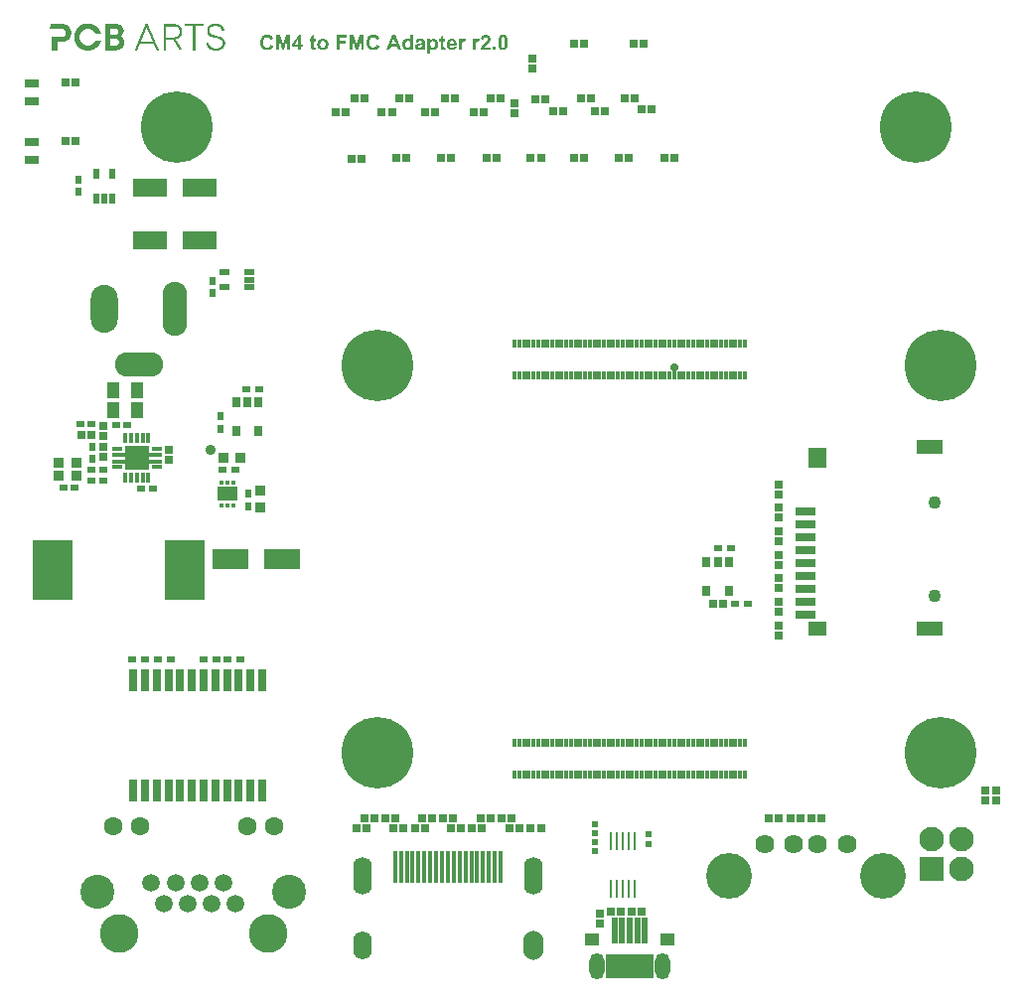
<source format=gts>
G04*
G04 #@! TF.GenerationSoftware,Altium Limited,Altium Designer,22.10.1 (41)*
G04*
G04 Layer_Color=8388736*
%FSAX44Y44*%
%MOMM*%
G71*
G04*
G04 #@! TF.SameCoordinates,19A9066D-69EC-4412-BDAA-CEE194C5A0F3*
G04*
G04*
G04 #@! TF.FilePolarity,Negative*
G04*
G01*
G75*
G04:AMPARAMS|DCode=27|XSize=1.5376mm|YSize=0.2525mm|CornerRadius=0.1262mm|HoleSize=0mm|Usage=FLASHONLY|Rotation=270.000|XOffset=0mm|YOffset=0mm|HoleType=Round|Shape=RoundedRectangle|*
%AMROUNDEDRECTD27*
21,1,1.5376,0.0000,0,0,270.0*
21,1,1.2851,0.2525,0,0,270.0*
1,1,0.2525,0.0000,-0.6425*
1,1,0.2525,0.0000,0.6425*
1,1,0.2525,0.0000,0.6425*
1,1,0.2525,0.0000,-0.6425*
%
%ADD27ROUNDEDRECTD27*%
%ADD28R,0.2525X1.5376*%
%ADD54R,4.3000X0.3000*%
%ADD55R,0.6000X0.7000*%
%ADD56R,0.3000X0.8000*%
%ADD57R,0.5000X0.9000*%
%ADD58R,0.9000X0.5000*%
%ADD59R,0.7000X0.6500*%
%ADD60R,1.3000X1.1000*%
%ADD61R,0.5000X2.2000*%
%ADD62R,2.0000X2.0000*%
%ADD63R,0.4000X2.7000*%
%ADD64R,0.5800X0.4800*%
%ADD65R,0.6500X0.7000*%
%ADD66R,0.7000X0.6000*%
%ADD67R,0.7400X1.8800*%
%ADD68R,0.6500X0.9000*%
%ADD69R,1.7000X0.8000*%
%ADD70R,2.3000X1.3000*%
%ADD71R,1.6000X1.3000*%
%ADD72R,1.6000X1.7000*%
%ADD73R,1.2000X0.6500*%
%ADD74R,2.9000X1.5000*%
%ADD75R,0.9000X0.8500*%
%ADD76R,0.3500X0.4500*%
%ADD77R,1.7000X1.3000*%
%ADD78R,3.1000X1.7000*%
%ADD79R,0.8500X0.9000*%
%ADD80R,3.3500X5.1000*%
%ADD81C,0.9000*%
%ADD82R,1.1000X1.3500*%
%ADD83R,0.9000X0.3800*%
%ADD84R,0.3800X0.9000*%
%ADD85R,2.1500X2.1500*%
%ADD86O,1.3000X2.2500*%
%ADD87R,0.1000X0.1000*%
%ADD88O,1.6000X3.2000*%
%ADD89O,1.6000X2.4000*%
%ADD90O,1.7032X2.5032*%
%ADD91C,1.1000*%
%ADD92C,1.6000*%
%ADD93C,1.5000*%
%ADD94C,2.9000*%
%ADD95C,3.3000*%
%ADD96C,2.1000*%
%ADD97R,2.1000X2.1000*%
%ADD98C,6.1000*%
%ADD99O,2.3000X4.1000*%
%ADD100O,2.1000X4.6000*%
%ADD101O,4.1000X2.1000*%
%ADD102C,3.9000*%
%ADD103C,1.6240*%
%ADD104C,0.7000*%
G36*
X00042612Y00827878D02*
X00043379D01*
X00043379Y00827725D01*
X00043839Y00827725D01*
Y00827571D01*
X00044299D01*
X00044299Y00827418D01*
X00044606D01*
X00044606Y00827265D01*
X00044912Y00827265D01*
Y00827111D01*
X00045219D01*
Y00826958D01*
X00045526D01*
X00045526Y00826805D01*
X00045679Y00826805D01*
X00045679Y00826651D01*
X00045986Y00826651D01*
Y00826498D01*
X00046139D01*
X00046139Y00826345D01*
X00046292Y00826345D01*
Y00826191D01*
X00046446Y00826191D01*
Y00826038D01*
X00046599Y00826038D01*
X00046599Y00825884D01*
X00046752Y00825885D01*
X00046753Y00825731D01*
X00046906D01*
Y00825578D01*
X00047059D01*
Y00825424D01*
X00047213D01*
X00047212Y00825271D01*
X00047366Y00825271D01*
Y00825118D01*
X00047519D01*
X00047519Y00824965D01*
X00047519Y00824811D01*
X00047673Y00824811D01*
Y00824658D01*
X00047826D01*
Y00824504D01*
X00047826Y00824351D01*
X00047979D01*
X00047979Y00824198D01*
X00048133D01*
Y00824044D01*
Y00823891D01*
Y00823738D01*
X00048286Y00823738D01*
X00048286Y00823584D01*
Y00823431D01*
X00048439Y00823431D01*
Y00823278D01*
X00048439Y00823124D01*
X00048593Y00823124D01*
Y00822971D01*
Y00822818D01*
Y00822664D01*
X00048746D01*
Y00822511D01*
X00048746Y00822358D01*
X00048746Y00822204D01*
X00048746Y00822051D01*
X00048899Y00822051D01*
X00048899Y00821898D01*
Y00821744D01*
X00048899Y00821591D01*
X00048899Y00821438D01*
X00048899Y00821284D01*
X00048899Y00821131D01*
X00048899Y00820977D01*
X00048899Y00820824D01*
X00049053D01*
X00049053Y00820671D01*
X00049053Y00820518D01*
Y00820364D01*
Y00820211D01*
Y00820058D01*
X00049053Y00819904D01*
X00048899D01*
X00048899Y00819751D01*
X00048899Y00819597D01*
Y00819444D01*
X00048899Y00819291D01*
Y00819137D01*
Y00818984D01*
Y00818831D01*
Y00818677D01*
X00048746Y00818677D01*
Y00818524D01*
Y00818371D01*
Y00818217D01*
Y00818064D01*
X00048593Y00818064D01*
Y00817911D01*
X00048593Y00817757D01*
X00048593Y00817604D01*
X00048439Y00817604D01*
X00048439Y00817451D01*
X00048439Y00817297D01*
X00048439Y00817144D01*
X00048286Y00817144D01*
X00048286Y00816991D01*
X00048286Y00816837D01*
X00048133D01*
X00048133Y00816684D01*
X00048133Y00816531D01*
X00047979D01*
Y00816377D01*
Y00816224D01*
X00047826D01*
Y00816070D01*
X00047673Y00816070D01*
Y00815917D01*
Y00815764D01*
X00047519D01*
X00047519Y00815611D01*
X00047366Y00815611D01*
X00047366Y00815457D01*
X00047213D01*
X00047213Y00815304D01*
X00047059D01*
X00047059Y00815151D01*
Y00814997D01*
X00046906D01*
X00046906Y00814844D01*
X00046752Y00814844D01*
X00046753Y00814690D01*
X00046446Y00814690D01*
Y00814537D01*
X00046292D01*
X00046292Y00814384D01*
X00046139Y00814384D01*
X00046139Y00814230D01*
X00045986D01*
X00045986Y00814077D01*
X00045679D01*
Y00813924D01*
X00045526D01*
X00045526Y00813770D01*
X00045219Y00813770D01*
Y00813617D01*
X00044759Y00813617D01*
Y00813464D01*
X00044452Y00813464D01*
X00044452Y00813310D01*
X00043992D01*
X00043992Y00813157D01*
X00043532D01*
Y00813003D01*
X00042765Y00813004D01*
Y00812850D01*
X00037245D01*
X00037245Y00812697D01*
X00037092D01*
X00037092Y00812543D01*
Y00812390D01*
Y00812237D01*
X00037092Y00812084D01*
Y00811930D01*
Y00811777D01*
Y00811624D01*
X00037092Y00811470D01*
Y00811317D01*
Y00811163D01*
Y00811010D01*
Y00810857D01*
Y00810703D01*
X00037092Y00810550D01*
Y00810397D01*
X00037092Y00810244D01*
X00037092Y00810090D01*
X00037092Y00809937D01*
Y00809783D01*
Y00809630D01*
Y00809477D01*
Y00809323D01*
Y00809170D01*
Y00809017D01*
Y00808863D01*
Y00808710D01*
Y00808557D01*
Y00808403D01*
Y00808250D01*
Y00808097D01*
Y00807943D01*
Y00807790D01*
Y00807636D01*
Y00807483D01*
Y00807330D01*
X00037092Y00807177D01*
X00037092Y00807023D01*
Y00806870D01*
Y00806716D01*
Y00806563D01*
Y00806410D01*
Y00806256D01*
Y00806103D01*
X00037092Y00805950D01*
X00037092Y00805796D01*
X00037092Y00805643D01*
X00032491Y00805643D01*
X00032491Y00805796D01*
X00032491Y00805950D01*
Y00806103D01*
X00032491Y00806256D01*
X00032491Y00806410D01*
X00032491Y00806563D01*
X00032491Y00806716D01*
Y00806870D01*
X00032491Y00807023D01*
X00032491Y00807177D01*
Y00807330D01*
X00032491Y00807483D01*
Y00807636D01*
X00032491Y00807790D01*
Y00807943D01*
X00032491Y00808097D01*
Y00808250D01*
X00032491Y00808403D01*
X00032491Y00808557D01*
Y00808710D01*
X00032491Y00808863D01*
Y00809017D01*
X00032491Y00809170D01*
X00032491Y00809323D01*
X00032491Y00809477D01*
Y00809630D01*
X00032491Y00809783D01*
X00032491Y00809937D01*
X00032491Y00810090D01*
Y00810243D01*
X00032491Y00810397D01*
Y00810550D01*
X00032491Y00810703D01*
X00032491Y00810857D01*
X00032491Y00811010D01*
X00032491Y00811163D01*
X00032491Y00811317D01*
X00032491Y00811470D01*
X00032491Y00811624D01*
Y00811777D01*
X00032491Y00811930D01*
Y00812084D01*
Y00812237D01*
X00032491Y00812390D01*
X00032491Y00812543D01*
Y00812697D01*
X00032491Y00812850D01*
X00032491Y00813004D01*
Y00813157D01*
X00032491Y00813310D01*
X00032491Y00813464D01*
X00032491Y00813617D01*
Y00813770D01*
Y00813924D01*
X00032491Y00814077D01*
X00032491Y00814230D01*
Y00814384D01*
Y00814537D01*
X00032491Y00814690D01*
X00032491Y00814844D01*
Y00814997D01*
Y00815150D01*
Y00815304D01*
Y00815457D01*
X00032491Y00815611D01*
X00032491Y00815764D01*
X00032491Y00815917D01*
X00032491Y00816070D01*
X00032491Y00816224D01*
X00032491Y00816377D01*
X00032491Y00816531D01*
X00032491Y00816684D01*
X00032491Y00816837D01*
X00032491Y00816991D01*
X00041999D01*
X00041999Y00817144D01*
X00042305Y00817144D01*
Y00817297D01*
X00042612Y00817297D01*
Y00817451D01*
X00042919Y00817451D01*
X00042919Y00817604D01*
X00043072D01*
X00043072Y00817757D01*
X00043225Y00817757D01*
X00043226Y00817911D01*
X00043379D01*
Y00818064D01*
X00043532Y00818064D01*
X00043532Y00818217D01*
X00043685Y00818217D01*
X00043685Y00818371D01*
X00043839D01*
X00043839Y00818524D01*
X00043839Y00818677D01*
X00043992D01*
X00043992Y00818831D01*
X00044146D01*
X00044146Y00818984D01*
X00044146Y00819137D01*
X00044146Y00819291D01*
X00044299D01*
Y00819444D01*
Y00819597D01*
Y00819751D01*
Y00819904D01*
X00044299Y00820058D01*
X00044452Y00820058D01*
X00044452Y00820211D01*
Y00820364D01*
X00044452Y00820518D01*
Y00820671D01*
X00044299Y00820671D01*
Y00820824D01*
X00044299Y00820977D01*
Y00821131D01*
X00044299Y00821284D01*
X00044299Y00821438D01*
X00044146Y00821438D01*
X00044146Y00821591D01*
X00044146Y00821744D01*
X00044146Y00821898D01*
X00043992D01*
X00043992Y00822051D01*
X00043839Y00822051D01*
X00043839Y00822204D01*
X00043839Y00822358D01*
X00043686Y00822358D01*
Y00822511D01*
X00043532D01*
X00043532Y00822664D01*
X00043379D01*
X00043379Y00822818D01*
X00043225Y00822818D01*
Y00822971D01*
X00043072D01*
X00043072Y00823124D01*
X00042765Y00823124D01*
Y00823278D01*
X00042459Y00823278D01*
X00042459Y00823431D01*
X00041999Y00823431D01*
Y00823584D01*
X00041232D01*
X00041232Y00823738D01*
X00030038Y00823738D01*
Y00823891D01*
X00030191Y00823891D01*
X00030191Y00824044D01*
Y00824198D01*
X00030345Y00824198D01*
Y00824351D01*
Y00824504D01*
X00030498Y00824504D01*
Y00824658D01*
X00030498Y00824811D01*
X00030498Y00824965D01*
X00030651D01*
X00030651Y00825118D01*
X00030651Y00825271D01*
X00030805D01*
X00030805Y00825425D01*
Y00825578D01*
Y00825731D01*
X00030958Y00825731D01*
Y00825884D01*
X00030958Y00826038D01*
X00031111Y00826038D01*
Y00826191D01*
X00031111Y00826345D01*
X00031111Y00826498D01*
X00031265Y00826498D01*
Y00826651D01*
Y00826805D01*
X00031418Y00826805D01*
X00031418Y00826958D01*
X00031418Y00827111D01*
X00031418Y00827265D01*
X00031571D01*
X00031571Y00827418D01*
X00031571Y00827571D01*
X00031725D01*
Y00827725D01*
Y00827878D01*
X00031878Y00827878D01*
Y00828031D01*
X00042612D01*
Y00827878D01*
D02*
G37*
G36*
X00064694Y00828338D02*
X00065614D01*
Y00828185D01*
X00066227D01*
X00066227Y00828031D01*
X00066687D01*
X00066687Y00827878D01*
X00067147Y00827878D01*
X00067147Y00827725D01*
X00067607D01*
X00067607Y00827571D01*
X00067914Y00827571D01*
X00067914Y00827418D01*
X00068221D01*
Y00827265D01*
X00068527Y00827265D01*
X00068527Y00827111D01*
X00068834D01*
X00068834Y00826958D01*
X00068987Y00826958D01*
Y00826805D01*
X00069294Y00826805D01*
Y00826651D01*
X00069601Y00826651D01*
X00069601Y00826498D01*
X00069754Y00826498D01*
X00069754Y00826345D01*
X00069908D01*
X00069907Y00826191D01*
X00070214D01*
Y00826038D01*
X00070368D01*
X00070368Y00825885D01*
X00070521D01*
X00070521Y00825731D01*
X00070674Y00825731D01*
Y00825578D01*
X00070828D01*
X00070828Y00825425D01*
X00070981D01*
X00070981Y00825271D01*
X00071134Y00825271D01*
X00071134Y00825118D01*
X00071288Y00825118D01*
Y00824965D01*
X00071441Y00824965D01*
X00071441Y00824811D01*
X00071594Y00824811D01*
Y00824658D01*
X00071748D01*
Y00824504D01*
X00071901D01*
X00071901Y00824351D01*
X00072054D01*
Y00824198D01*
X00072208Y00824198D01*
Y00824044D01*
Y00823891D01*
X00072361D01*
Y00823738D01*
X00072514Y00823738D01*
X00072515Y00823584D01*
X00072668D01*
Y00823431D01*
X00072668Y00823278D01*
X00072821Y00823278D01*
Y00823124D01*
X00072975Y00823124D01*
X00072975Y00822971D01*
Y00822818D01*
X00073128D01*
Y00822664D01*
X00073128Y00822511D01*
X00073281Y00822511D01*
Y00822358D01*
X00073435Y00822358D01*
Y00822204D01*
Y00822051D01*
X00073588D01*
X00073588Y00821898D01*
X00073588Y00821744D01*
X00073741Y00821744D01*
Y00821591D01*
X00073741Y00821438D01*
Y00821284D01*
X00073895Y00821284D01*
X00073895Y00821131D01*
Y00820977D01*
Y00820824D01*
X00074048Y00820824D01*
X00074048Y00820671D01*
Y00820518D01*
X00074048Y00820364D01*
X00074201D01*
X00074201Y00820211D01*
Y00820058D01*
Y00819904D01*
X00074355D01*
X00074355Y00819751D01*
X00069448Y00819751D01*
X00069447Y00819904D01*
X00069294D01*
Y00820058D01*
X00069294Y00820211D01*
X00069141Y00820211D01*
X00069141Y00820364D01*
Y00820518D01*
X00068987Y00820518D01*
Y00820671D01*
Y00820824D01*
X00068834Y00820824D01*
X00068834Y00820977D01*
X00068681D01*
Y00821131D01*
X00068527D01*
Y00821284D01*
X00068374Y00821284D01*
X00068374Y00821438D01*
X00068374Y00821591D01*
X00068221Y00821591D01*
Y00821744D01*
X00068067Y00821744D01*
Y00821898D01*
X00067914Y00821898D01*
Y00822051D01*
X00067761Y00822051D01*
X00067761Y00822204D01*
X00067607Y00822204D01*
Y00822358D01*
X00067301Y00822358D01*
X00067301Y00822511D01*
X00067147D01*
X00067147Y00822664D01*
X00066994D01*
Y00822818D01*
X00066687Y00822818D01*
Y00822971D01*
X00066381D01*
X00066381Y00823124D01*
X00066074Y00823124D01*
X00066074Y00823278D01*
X00065767Y00823278D01*
Y00823431D01*
X00065307D01*
Y00823584D01*
X00064847D01*
X00064847Y00823738D01*
X00064081Y00823738D01*
Y00823891D01*
X00061934D01*
Y00823738D01*
X00061167D01*
X00061167Y00823584D01*
X00060707Y00823584D01*
Y00823431D01*
X00060400Y00823431D01*
Y00823278D01*
X00059940Y00823278D01*
Y00823124D01*
X00059633Y00823124D01*
X00059633Y00822971D01*
X00059480D01*
Y00822818D01*
X00059173Y00822818D01*
X00059173Y00822664D01*
X00059020D01*
Y00822511D01*
X00058713Y00822511D01*
X00058713Y00822358D01*
X00058560D01*
X00058560Y00822204D01*
X00058407D01*
Y00822051D01*
X00058253Y00822051D01*
Y00821898D01*
X00058100D01*
Y00821744D01*
X00057947Y00821744D01*
X00057947Y00821591D01*
X00057793D01*
Y00821438D01*
X00057640D01*
Y00821284D01*
X00057487D01*
X00057487Y00821131D01*
X00057333Y00821131D01*
Y00820977D01*
X00057180D01*
Y00820824D01*
X00057027D01*
Y00820671D01*
Y00820518D01*
X00056873Y00820517D01*
X00056873Y00820364D01*
X00056720D01*
Y00820211D01*
X00056720Y00820058D01*
X00056567D01*
X00056567Y00819904D01*
X00056567Y00819751D01*
X00056567Y00819597D01*
X00056413D01*
X00056413Y00819444D01*
Y00819291D01*
X00056260Y00819291D01*
X00056260Y00819137D01*
X00056260Y00818984D01*
X00056260Y00818831D01*
X00056107D01*
Y00818677D01*
Y00818524D01*
X00056107Y00818371D01*
X00056107Y00818217D01*
X00055953Y00818217D01*
Y00818064D01*
Y00817911D01*
Y00817757D01*
Y00817604D01*
Y00817451D01*
Y00817297D01*
Y00817144D01*
Y00816991D01*
Y00816837D01*
X00055953Y00816684D01*
X00055953Y00816531D01*
Y00816377D01*
Y00816224D01*
Y00816070D01*
Y00815917D01*
Y00815764D01*
X00055953Y00815611D01*
Y00815457D01*
X00056107D01*
Y00815304D01*
X00056107Y00815151D01*
Y00814997D01*
X00056107Y00814844D01*
X00056260D01*
X00056260Y00814690D01*
X00056260Y00814537D01*
X00056260Y00814384D01*
X00056413D01*
Y00814230D01*
Y00814077D01*
X00056413Y00813924D01*
X00056567D01*
X00056567Y00813770D01*
X00056720D01*
Y00813617D01*
Y00813464D01*
X00056873D01*
Y00813310D01*
Y00813157D01*
X00057027D01*
Y00813003D01*
X00057180D01*
X00057180Y00812850D01*
Y00812697D01*
X00057333D01*
Y00812543D01*
X00057487D01*
X00057487Y00812390D01*
X00057640Y00812390D01*
Y00812237D01*
X00057640Y00812084D01*
X00057793D01*
X00057793Y00811930D01*
X00057947D01*
X00057947Y00811777D01*
X00058100Y00811777D01*
X00058100Y00811624D01*
X00058253D01*
X00058253Y00811470D01*
X00058560Y00811470D01*
X00058560Y00811317D01*
X00058713Y00811317D01*
Y00811163D01*
X00058867D01*
Y00811010D01*
X00059173Y00811010D01*
X00059173Y00810857D01*
X00059327Y00810857D01*
X00059327Y00810703D01*
X00059633Y00810703D01*
Y00810550D01*
X00059940Y00810550D01*
Y00810397D01*
X00060094D01*
X00060093Y00810243D01*
X00060553Y00810243D01*
Y00810090D01*
X00061013Y00810090D01*
Y00809937D01*
X00061474D01*
X00061474Y00809783D01*
X00062700D01*
X00062700Y00809630D01*
X00063314D01*
X00063314Y00809783D01*
X00064387D01*
X00064387Y00809937D01*
X00065001D01*
Y00810090D01*
X00065461Y00810090D01*
X00065461Y00810243D01*
X00065921Y00810243D01*
Y00810397D01*
X00066227Y00810397D01*
X00066227Y00810550D01*
X00066534Y00810550D01*
X00066534Y00810703D01*
X00066687D01*
X00066687Y00810857D01*
X00066994Y00810857D01*
X00066994Y00811010D01*
X00067147D01*
Y00811163D01*
X00067301D01*
X00067301Y00811317D01*
X00067454Y00811317D01*
X00067454Y00811470D01*
X00067761Y00811470D01*
X00067761Y00811624D01*
X00067914D01*
Y00811777D01*
X00068067D01*
Y00811930D01*
X00068221Y00811930D01*
X00068221Y00812084D01*
X00068221Y00812237D01*
X00068374D01*
Y00812390D01*
X00068527D01*
X00068527Y00812543D01*
X00068681D01*
X00068681Y00812697D01*
X00068834D01*
Y00812850D01*
X00068834Y00813003D01*
X00068987Y00813004D01*
Y00813157D01*
X00069141D01*
X00069141Y00813310D01*
X00069141Y00813464D01*
X00069294D01*
Y00813617D01*
X00069294Y00813770D01*
X00069447Y00813770D01*
Y00813924D01*
X00069447Y00814077D01*
X00074355D01*
Y00813924D01*
Y00813770D01*
X00074201D01*
Y00813617D01*
Y00813464D01*
Y00813310D01*
X00074048D01*
X00074048Y00813157D01*
Y00813003D01*
X00074048Y00812850D01*
X00073895Y00812850D01*
Y00812697D01*
Y00812543D01*
Y00812390D01*
X00073741D01*
Y00812237D01*
X00073741Y00812084D01*
Y00811930D01*
X00073588D01*
Y00811777D01*
X00073588Y00811624D01*
X00073435D01*
Y00811470D01*
X00073435Y00811317D01*
X00073281D01*
Y00811163D01*
X00073281Y00811010D01*
X00073128D01*
X00073128Y00810857D01*
X00072975Y00810857D01*
X00072975Y00810703D01*
Y00810550D01*
X00072821D01*
Y00810397D01*
X00072668D01*
X00072668Y00810243D01*
X00072668Y00810090D01*
X00072514Y00810090D01*
Y00809937D01*
X00072361Y00809937D01*
Y00809783D01*
X00072361Y00809630D01*
X00072208Y00809630D01*
Y00809477D01*
X00072054Y00809477D01*
Y00809323D01*
X00071901D01*
X00071901Y00809170D01*
X00071748Y00809170D01*
X00071748Y00809017D01*
X00071594D01*
Y00808863D01*
X00071441D01*
Y00808710D01*
X00071288Y00808710D01*
Y00808557D01*
X00071134Y00808557D01*
Y00808403D01*
X00070981Y00808403D01*
Y00808250D01*
X00070828D01*
X00070828Y00808097D01*
X00070674Y00808096D01*
Y00807943D01*
X00070521Y00807943D01*
Y00807790D01*
X00070368Y00807790D01*
Y00807636D01*
X00070061Y00807636D01*
Y00807483D01*
X00069908Y00807483D01*
Y00807330D01*
X00069754Y00807330D01*
Y00807177D01*
X00069447D01*
Y00807023D01*
X00069294Y00807023D01*
X00069294Y00806870D01*
X00068987Y00806870D01*
Y00806716D01*
X00068681D01*
Y00806563D01*
X00068374D01*
Y00806410D01*
X00068067Y00806410D01*
X00068067Y00806256D01*
X00067607Y00806256D01*
Y00806103D01*
X00067147Y00806103D01*
X00067147Y00805950D01*
X00066687D01*
Y00805796D01*
X00066227Y00805796D01*
X00066227Y00805643D01*
X00065614Y00805643D01*
X00065614Y00805490D01*
X00064541D01*
X00064541Y00805336D01*
X00064234Y00805336D01*
Y00805183D01*
X00061780Y00805183D01*
X00061780Y00805336D01*
X00061474Y00805336D01*
Y00805490D01*
X00060400Y00805490D01*
Y00805643D01*
X00059787D01*
Y00805796D01*
X00059327D01*
Y00805950D01*
X00058867Y00805950D01*
Y00806103D01*
X00058407D01*
Y00806256D01*
X00057947D01*
Y00806410D01*
X00057640Y00806410D01*
Y00806563D01*
X00057333D01*
X00057333Y00806716D01*
X00057027D01*
Y00806870D01*
X00056873Y00806870D01*
Y00807023D01*
X00056567D01*
X00056567Y00807177D01*
X00056260D01*
X00056260Y00807330D01*
X00056107Y00807330D01*
X00056107Y00807483D01*
X00055953Y00807483D01*
Y00807636D01*
X00055646D01*
X00055647Y00807790D01*
X00055493D01*
Y00807943D01*
X00055340D01*
X00055340Y00808096D01*
X00055186Y00808097D01*
X00055187Y00808250D01*
X00055033D01*
Y00808403D01*
X00054880D01*
Y00808557D01*
X00054727Y00808557D01*
X00054727Y00808710D01*
X00054573D01*
Y00808863D01*
X00054420D01*
X00054420Y00809017D01*
X00054266D01*
X00054266Y00809170D01*
X00054113D01*
Y00809323D01*
X00053960Y00809323D01*
Y00809477D01*
X00053806Y00809477D01*
Y00809630D01*
Y00809783D01*
X00053653D01*
X00053653Y00809937D01*
X00053500Y00809937D01*
Y00810090D01*
Y00810243D01*
X00053346Y00810243D01*
Y00810397D01*
X00053193D01*
X00053193Y00810550D01*
X00053193Y00810703D01*
X00053040Y00810703D01*
Y00810857D01*
X00052886D01*
X00052886Y00811010D01*
Y00811163D01*
X00052733Y00811163D01*
Y00811317D01*
Y00811470D01*
X00052580Y00811470D01*
Y00811624D01*
Y00811777D01*
X00052579Y00811930D01*
X00052426Y00811930D01*
X00052426Y00812084D01*
X00052426Y00812237D01*
X00052273D01*
X00052273Y00812390D01*
X00052273Y00812543D01*
X00052273Y00812697D01*
X00052120Y00812697D01*
X00052119Y00812850D01*
X00052119Y00813004D01*
X00052119Y00813157D01*
X00051966D01*
X00051966Y00813310D01*
Y00813464D01*
Y00813617D01*
X00051813Y00813617D01*
Y00813770D01*
Y00813924D01*
Y00814077D01*
Y00814230D01*
Y00814384D01*
X00051659D01*
X00051659Y00814537D01*
X00051659Y00814690D01*
Y00814844D01*
Y00814997D01*
X00051659Y00815151D01*
X00051506Y00815150D01*
X00051506Y00815304D01*
X00051506Y00815457D01*
Y00815611D01*
X00051506Y00815764D01*
Y00815917D01*
X00051506Y00816070D01*
Y00816224D01*
Y00816377D01*
Y00816531D01*
X00051506Y00816684D01*
X00051506Y00816837D01*
Y00816991D01*
Y00817144D01*
Y00817297D01*
Y00817451D01*
Y00817604D01*
X00051506Y00817757D01*
X00051506Y00817911D01*
Y00818064D01*
X00051506Y00818217D01*
X00051506Y00818371D01*
Y00818524D01*
X00051659D01*
Y00818677D01*
Y00818831D01*
Y00818984D01*
Y00819137D01*
Y00819291D01*
X00051813Y00819291D01*
X00051813Y00819444D01*
X00051813Y00819597D01*
Y00819751D01*
X00051813Y00819904D01*
X00051966D01*
Y00820058D01*
Y00820211D01*
Y00820364D01*
Y00820518D01*
X00052119Y00820518D01*
X00052119Y00820671D01*
X00052119Y00820824D01*
X00052120Y00820977D01*
X00052273D01*
Y00821131D01*
X00052273Y00821284D01*
Y00821438D01*
X00052426D01*
Y00821591D01*
X00052426Y00821744D01*
X00052579D01*
Y00821898D01*
X00052580Y00822051D01*
X00052733D01*
X00052733Y00822204D01*
X00052733Y00822358D01*
X00052886Y00822358D01*
Y00822511D01*
Y00822664D01*
X00053040Y00822664D01*
X00053040Y00822818D01*
X00053040Y00822971D01*
X00053193Y00822971D01*
X00053193Y00823124D01*
X00053346Y00823124D01*
X00053346Y00823278D01*
X00053346Y00823431D01*
X00053500Y00823431D01*
Y00823584D01*
Y00823738D01*
X00053653D01*
X00053653Y00823891D01*
X00053806Y00823891D01*
X00053806Y00824044D01*
X00053960Y00824044D01*
X00053960Y00824198D01*
Y00824351D01*
X00054113Y00824351D01*
Y00824504D01*
X00054266Y00824504D01*
X00054266Y00824658D01*
X00054420Y00824658D01*
X00054420Y00824811D01*
X00054573Y00824811D01*
Y00824965D01*
X00054727Y00824965D01*
X00054726Y00825118D01*
X00054880D01*
Y00825271D01*
X00055033Y00825271D01*
X00055033Y00825424D01*
X00055187Y00825425D01*
Y00825578D01*
X00055340Y00825578D01*
X00055340Y00825731D01*
X00055493D01*
Y00825885D01*
X00055647D01*
X00055646Y00826038D01*
X00055953D01*
Y00826191D01*
X00056107D01*
X00056107Y00826345D01*
X00056260D01*
X00056260Y00826498D01*
X00056567Y00826498D01*
X00056567Y00826651D01*
X00056720D01*
Y00826805D01*
X00057027Y00826805D01*
Y00826958D01*
X00057333D01*
X00057333Y00827111D01*
X00057487Y00827111D01*
X00057487Y00827265D01*
X00057793Y00827265D01*
Y00827418D01*
X00058100Y00827418D01*
X00058100Y00827571D01*
X00058560Y00827571D01*
X00058560Y00827725D01*
X00058867Y00827725D01*
X00058867Y00827878D01*
X00059327D01*
X00059327Y00828031D01*
X00059787D01*
X00059787Y00828185D01*
X00060400D01*
Y00828338D01*
X00061320D01*
X00061320Y00828492D01*
X00064694D01*
Y00828338D01*
D02*
G37*
G36*
X00088462Y00827878D02*
X00089229Y00827878D01*
Y00827725D01*
X00089689D01*
X00089689Y00827571D01*
X00089996Y00827571D01*
Y00827418D01*
X00090456Y00827418D01*
Y00827265D01*
X00090609D01*
X00090609Y00827111D01*
X00090916Y00827111D01*
Y00826958D01*
X00091222Y00826958D01*
Y00826805D01*
X00091376D01*
X00091376Y00826651D01*
X00091529Y00826651D01*
X00091529Y00826498D01*
X00091683Y00826498D01*
Y00826345D01*
X00091836D01*
Y00826191D01*
X00092143Y00826191D01*
Y00826038D01*
X00092143Y00825885D01*
X00092296D01*
Y00825731D01*
X00092449Y00825731D01*
Y00825578D01*
X00092603D01*
Y00825425D01*
X00092756D01*
X00092756Y00825271D01*
Y00825118D01*
X00092909Y00825118D01*
Y00824965D01*
Y00824811D01*
X00093063D01*
X00093063Y00824658D01*
X00093063Y00824504D01*
X00093216D01*
X00093216Y00824351D01*
X00093216Y00824198D01*
X00093369D01*
Y00824044D01*
Y00823891D01*
Y00823738D01*
X00093523D01*
Y00823584D01*
Y00823431D01*
Y00823278D01*
Y00823124D01*
X00093523Y00822971D01*
X00093676Y00822971D01*
X00093676Y00822818D01*
X00093676Y00822664D01*
X00093676Y00822511D01*
X00093676Y00822358D01*
X00093676Y00822204D01*
Y00822051D01*
Y00821898D01*
X00093676Y00821744D01*
X00093523D01*
Y00821591D01*
Y00821438D01*
X00093523Y00821284D01*
X00093523Y00821131D01*
Y00820977D01*
Y00820824D01*
X00093369D01*
Y00820671D01*
X00093370Y00820518D01*
X00093369Y00820364D01*
X00093216D01*
Y00820211D01*
X00093216Y00820058D01*
X00093063D01*
Y00819904D01*
Y00819751D01*
X00092909Y00819751D01*
Y00819597D01*
X00092909Y00819444D01*
X00092756D01*
Y00819291D01*
Y00819137D01*
X00092603D01*
Y00818984D01*
X00092449Y00818984D01*
Y00818831D01*
Y00818677D01*
X00092296D01*
Y00818524D01*
X00092143D01*
Y00818371D01*
X00091989D01*
X00091989Y00818217D01*
X00091836D01*
Y00818064D01*
X00091683Y00818064D01*
Y00817911D01*
X00091529Y00817911D01*
Y00817757D01*
X00091223D01*
Y00817604D01*
X00091069D01*
Y00817451D01*
Y00817297D01*
X00091223Y00817297D01*
Y00817144D01*
X00091529D01*
X00091529Y00816991D01*
X00091836D01*
Y00816837D01*
X00091989D01*
X00091989Y00816684D01*
X00092143Y00816684D01*
X00092143Y00816531D01*
X00092449Y00816531D01*
Y00816377D01*
X00092603Y00816377D01*
Y00816224D01*
X00092756D01*
Y00816070D01*
X00092756Y00815917D01*
X00092909Y00815917D01*
Y00815764D01*
X00093063D01*
Y00815611D01*
X00093216D01*
Y00815457D01*
Y00815304D01*
X00093369D01*
X00093370Y00815151D01*
X00093369Y00814997D01*
X00093523D01*
Y00814844D01*
Y00814690D01*
X00093676Y00814690D01*
X00093676Y00814537D01*
Y00814384D01*
X00093829D01*
X00093829Y00814230D01*
Y00814077D01*
X00093983D01*
X00093983Y00813924D01*
X00093983Y00813770D01*
X00093983Y00813617D01*
X00093983Y00813464D01*
X00094136D01*
Y00813310D01*
Y00813157D01*
Y00813003D01*
Y00812850D01*
X00094136Y00812697D01*
X00094136Y00812543D01*
Y00812390D01*
X00094290Y00812390D01*
Y00812237D01*
Y00812084D01*
Y00811930D01*
X00094289Y00811777D01*
Y00811624D01*
X00094136D01*
X00094136Y00811470D01*
Y00811317D01*
Y00811163D01*
Y00811010D01*
Y00810857D01*
Y00810703D01*
Y00810550D01*
X00093983Y00810550D01*
Y00810397D01*
Y00810243D01*
Y00810090D01*
X00093829Y00810090D01*
Y00809937D01*
X00093829Y00809783D01*
X00093829Y00809630D01*
X00093676Y00809630D01*
Y00809477D01*
X00093676Y00809323D01*
X00093523Y00809323D01*
Y00809170D01*
Y00809017D01*
X00093369D01*
Y00808863D01*
X00093216D01*
Y00808710D01*
Y00808557D01*
X00093063D01*
X00093063Y00808403D01*
X00092909Y00808403D01*
Y00808250D01*
X00092756Y00808250D01*
Y00808096D01*
Y00807943D01*
X00092603Y00807943D01*
Y00807790D01*
X00092449D01*
Y00807636D01*
X00092296D01*
X00092296Y00807483D01*
X00092143D01*
Y00807330D01*
X00091836Y00807330D01*
X00091836Y00807177D01*
X00091683D01*
X00091683Y00807023D01*
X00091529D01*
X00091529Y00806870D01*
X00091376D01*
X00091376Y00806716D01*
X00091069D01*
Y00806563D01*
X00090763Y00806563D01*
Y00806410D01*
X00090456Y00806410D01*
Y00806256D01*
X00089996D01*
Y00806103D01*
X00089536D01*
Y00805950D01*
X00088922Y00805950D01*
X00088922Y00805796D01*
X00087696D01*
X00087696Y00805643D01*
X00077575D01*
X00077575Y00805796D01*
X00077728Y00805797D01*
Y00805950D01*
Y00806103D01*
Y00806256D01*
Y00806410D01*
Y00806563D01*
Y00806716D01*
Y00806870D01*
Y00807023D01*
Y00807177D01*
Y00807330D01*
Y00807483D01*
Y00807636D01*
Y00807790D01*
Y00807943D01*
Y00808097D01*
Y00808250D01*
Y00808403D01*
Y00808557D01*
Y00808710D01*
Y00808863D01*
Y00809017D01*
Y00809170D01*
Y00809323D01*
Y00809477D01*
Y00809630D01*
Y00809783D01*
Y00809937D01*
Y00810090D01*
Y00810244D01*
Y00810397D01*
Y00810550D01*
Y00810703D01*
Y00810857D01*
Y00811010D01*
Y00811163D01*
Y00811317D01*
Y00811470D01*
Y00811624D01*
Y00811777D01*
Y00811930D01*
Y00812084D01*
Y00812237D01*
Y00812390D01*
Y00812543D01*
Y00812697D01*
Y00812850D01*
Y00813003D01*
Y00813157D01*
Y00813310D01*
X00077728Y00813464D01*
X00077728Y00813617D01*
Y00813770D01*
Y00813924D01*
Y00814077D01*
Y00814230D01*
Y00814384D01*
Y00814537D01*
Y00814690D01*
Y00814844D01*
X00077728Y00814997D01*
X00077728Y00815151D01*
Y00815304D01*
Y00815457D01*
Y00815611D01*
Y00815764D01*
Y00815917D01*
Y00816070D01*
Y00816224D01*
Y00816377D01*
Y00816531D01*
Y00816684D01*
Y00816837D01*
Y00816991D01*
Y00817144D01*
Y00817297D01*
Y00817451D01*
Y00817604D01*
Y00817757D01*
Y00817911D01*
Y00818064D01*
Y00818217D01*
Y00818371D01*
Y00818524D01*
Y00818677D01*
Y00818831D01*
Y00818984D01*
Y00819137D01*
Y00819291D01*
Y00819444D01*
Y00819597D01*
Y00819751D01*
Y00819904D01*
Y00820058D01*
Y00820211D01*
Y00820364D01*
Y00820518D01*
Y00820671D01*
Y00820824D01*
X00077728Y00820977D01*
X00077728Y00821131D01*
X00077728Y00821284D01*
Y00821438D01*
Y00821591D01*
Y00821744D01*
Y00821898D01*
Y00822051D01*
Y00822204D01*
Y00822358D01*
Y00822511D01*
X00077728Y00822664D01*
X00077728Y00822818D01*
Y00822971D01*
Y00823124D01*
Y00823278D01*
Y00823431D01*
Y00823584D01*
Y00823738D01*
Y00823891D01*
Y00824044D01*
Y00824198D01*
Y00824351D01*
Y00824504D01*
Y00824658D01*
Y00824811D01*
Y00824965D01*
Y00825118D01*
Y00825271D01*
Y00825424D01*
Y00825578D01*
Y00825731D01*
Y00825885D01*
Y00826038D01*
Y00826191D01*
Y00826345D01*
Y00826498D01*
Y00826651D01*
Y00826805D01*
Y00826958D01*
Y00827111D01*
Y00827265D01*
Y00827418D01*
Y00827571D01*
Y00827725D01*
Y00827878D01*
Y00828031D01*
X00088462Y00828031D01*
X00088462Y00827878D01*
D02*
G37*
G36*
X00114224Y00827878D02*
X00114224Y00827725D01*
X00114224Y00827571D01*
X00114378Y00827571D01*
Y00827418D01*
Y00827265D01*
X00114531D01*
Y00827111D01*
Y00826958D01*
X00114684Y00826958D01*
X00114684Y00826805D01*
Y00826651D01*
X00114684Y00826498D01*
X00114838D01*
X00114838Y00826345D01*
X00114838Y00826191D01*
X00114991Y00826191D01*
Y00826038D01*
Y00825885D01*
X00115144D01*
Y00825731D01*
Y00825578D01*
Y00825425D01*
X00115298Y00825424D01*
X00115298Y00825271D01*
X00115298Y00825118D01*
X00115451D01*
X00115451Y00824965D01*
Y00824811D01*
X00115604Y00824811D01*
X00115604Y00824658D01*
Y00824504D01*
X00115604Y00824351D01*
X00115758D01*
Y00824198D01*
Y00824044D01*
X00115911D01*
X00115911Y00823891D01*
X00115911Y00823738D01*
X00116065D01*
X00116065Y00823584D01*
X00116064Y00823431D01*
X00116065Y00823278D01*
X00116218Y00823278D01*
Y00823124D01*
X00116218Y00822971D01*
X00116371Y00822971D01*
Y00822818D01*
Y00822664D01*
X00116524Y00822664D01*
Y00822511D01*
Y00822358D01*
Y00822204D01*
X00116678D01*
X00116678Y00822051D01*
X00116678Y00821898D01*
X00116831Y00821898D01*
Y00821744D01*
Y00821591D01*
X00116985Y00821591D01*
X00116985Y00821438D01*
Y00821284D01*
Y00821131D01*
X00117138Y00821131D01*
Y00820977D01*
X00117138Y00820824D01*
X00117291D01*
Y00820671D01*
X00117291Y00820517D01*
X00117445Y00820518D01*
Y00820364D01*
Y00820211D01*
Y00820058D01*
X00117598D01*
Y00819904D01*
Y00819751D01*
X00117751D01*
X00117751Y00819597D01*
Y00819444D01*
X00117751Y00819291D01*
X00117905Y00819291D01*
Y00819137D01*
Y00818984D01*
X00118058Y00818984D01*
Y00818831D01*
Y00818677D01*
X00118211D01*
X00118211Y00818524D01*
Y00818371D01*
Y00818217D01*
X00118365D01*
Y00818064D01*
X00118365Y00817911D01*
X00118518D01*
X00118518Y00817757D01*
Y00817604D01*
X00118671D01*
Y00817451D01*
X00118671Y00817297D01*
X00118671Y00817144D01*
X00118825D01*
X00118825Y00816991D01*
Y00816837D01*
X00118978D01*
Y00816684D01*
X00118978Y00816531D01*
X00118978Y00816377D01*
X00119131Y00816377D01*
Y00816224D01*
Y00816070D01*
X00119285D01*
Y00815917D01*
Y00815764D01*
X00119438Y00815764D01*
Y00815611D01*
Y00815457D01*
X00119438Y00815304D01*
X00119591D01*
X00119591Y00815150D01*
X00119592Y00814997D01*
X00119745D01*
X00119745Y00814844D01*
X00119745Y00814690D01*
X00119745Y00814537D01*
X00119898Y00814537D01*
Y00814384D01*
Y00814230D01*
X00120051D01*
X00120051Y00814077D01*
Y00813924D01*
Y00813770D01*
X00120205Y00813770D01*
Y00813617D01*
Y00813464D01*
X00120358Y00813464D01*
Y00813310D01*
Y00813157D01*
X00120358Y00813003D01*
X00120512Y00813004D01*
Y00812850D01*
Y00812697D01*
X00120665Y00812697D01*
X00120665Y00812543D01*
X00120665Y00812390D01*
X00120818Y00812390D01*
Y00812237D01*
X00120818Y00812084D01*
X00120971D01*
Y00811930D01*
Y00811777D01*
Y00811624D01*
X00121125D01*
X00121125Y00811470D01*
X00121125Y00811317D01*
X00121278Y00811317D01*
Y00811163D01*
X00121278Y00811010D01*
X00121432Y00811010D01*
X00121432Y00810857D01*
X00121432Y00810703D01*
Y00810550D01*
X00121585Y00810550D01*
Y00810397D01*
Y00810243D01*
X00121738Y00810243D01*
Y00810090D01*
Y00809937D01*
X00121892Y00809937D01*
X00121892Y00809783D01*
X00121892Y00809630D01*
Y00809477D01*
X00122045Y00809477D01*
X00122045Y00809323D01*
X00122045Y00809170D01*
X00122198D01*
Y00809017D01*
X00122198Y00808863D01*
X00122352D01*
X00122352Y00808710D01*
X00122352Y00808557D01*
X00122505D01*
Y00808403D01*
X00122505Y00808250D01*
X00122505Y00808097D01*
X00122658Y00808096D01*
X00122658Y00807943D01*
Y00807790D01*
X00122812D01*
X00122812Y00807636D01*
Y00807483D01*
Y00807330D01*
X00122965D01*
X00122965Y00807177D01*
Y00807023D01*
X00123118D01*
X00123118Y00806870D01*
X00123118Y00806716D01*
X00123272D01*
X00123272Y00806563D01*
X00123272Y00806410D01*
X00123425D01*
Y00806256D01*
X00123425Y00806103D01*
X00123578D01*
Y00805950D01*
X00123578Y00805796D01*
X00123732Y00805796D01*
X00123732Y00805643D01*
X00121585D01*
Y00805796D01*
X00121432D01*
X00121432Y00805950D01*
Y00806103D01*
X00121278D01*
Y00806256D01*
Y00806410D01*
X00121125D01*
Y00806563D01*
Y00806716D01*
X00120971D01*
Y00806870D01*
Y00807023D01*
Y00807177D01*
X00120818D01*
X00120818Y00807330D01*
X00120818Y00807483D01*
X00120665D01*
X00120665Y00807636D01*
X00120665Y00807790D01*
X00120665Y00807943D01*
X00120512Y00807943D01*
X00120512Y00808096D01*
X00120512Y00808250D01*
X00120358D01*
Y00808403D01*
Y00808557D01*
X00120358Y00808710D01*
X00120205D01*
X00120205Y00808863D01*
Y00809017D01*
X00120051Y00809017D01*
X00120051Y00809170D01*
X00120051Y00809323D01*
Y00809477D01*
X00119898D01*
X00119898Y00809630D01*
X00119898Y00809783D01*
X00119745Y00809783D01*
X00119745Y00809937D01*
Y00810090D01*
X00119591Y00810090D01*
Y00810243D01*
Y00810397D01*
X00119591Y00810550D01*
X00119438D01*
X00119438Y00810703D01*
X00119438Y00810857D01*
X00119438Y00811010D01*
X00119285D01*
Y00811163D01*
Y00811317D01*
X00119131D01*
X00119131Y00811470D01*
X00107477Y00811470D01*
X00107477Y00811317D01*
X00107477Y00811163D01*
X00107324D01*
Y00811010D01*
Y00810857D01*
X00107170D01*
Y00810703D01*
Y00810550D01*
Y00810397D01*
X00107017Y00810397D01*
Y00810243D01*
Y00810090D01*
X00106864D01*
Y00809937D01*
X00106864Y00809783D01*
X00106711D01*
X00106711Y00809630D01*
Y00809477D01*
X00106710Y00809323D01*
X00106557Y00809323D01*
Y00809170D01*
Y00809017D01*
X00106404D01*
Y00808863D01*
Y00808710D01*
Y00808557D01*
X00106250Y00808557D01*
Y00808403D01*
Y00808250D01*
X00106097Y00808250D01*
Y00808096D01*
Y00807943D01*
X00105944D01*
X00105944Y00807790D01*
Y00807636D01*
X00105944Y00807483D01*
X00105790Y00807483D01*
X00105790Y00807330D01*
X00105790Y00807177D01*
X00105637D01*
X00105637Y00807023D01*
Y00806870D01*
X00105484Y00806870D01*
X00105484Y00806716D01*
X00105484Y00806563D01*
X00105484Y00806410D01*
X00105330Y00806410D01*
Y00806256D01*
X00105330Y00806103D01*
X00105177D01*
X00105177Y00805950D01*
X00105177Y00805796D01*
Y00805643D01*
X00103030Y00805643D01*
X00103030Y00805796D01*
X00103183D01*
X00103183Y00805950D01*
X00103183Y00806103D01*
Y00806256D01*
X00103337D01*
X00103337Y00806410D01*
Y00806563D01*
X00103490D01*
X00103490Y00806716D01*
Y00806870D01*
X00103644Y00806870D01*
X00103644Y00807023D01*
Y00807177D01*
X00103797D01*
X00103797Y00807330D01*
X00103797Y00807483D01*
X00103797Y00807636D01*
X00103950Y00807636D01*
X00103950Y00807790D01*
X00103950Y00807943D01*
X00104104D01*
X00104103Y00808097D01*
Y00808250D01*
Y00808403D01*
X00104257D01*
Y00808557D01*
Y00808710D01*
X00104410Y00808710D01*
Y00808863D01*
Y00809017D01*
X00104564D01*
X00104564Y00809170D01*
X00104564Y00809323D01*
Y00809477D01*
X00104717D01*
Y00809630D01*
Y00809783D01*
X00104870D01*
X00104870Y00809937D01*
X00104717Y00809937D01*
Y00810090D01*
X00104870Y00810090D01*
X00104870Y00810243D01*
Y00810397D01*
X00105024Y00810397D01*
Y00810550D01*
Y00810703D01*
X00105024Y00810857D01*
X00105177Y00810857D01*
X00105177Y00811010D01*
Y00811163D01*
X00105330Y00811163D01*
X00105330Y00811317D01*
X00105330Y00811470D01*
X00105330Y00811624D01*
X00105484D01*
Y00811777D01*
Y00811930D01*
X00105637D01*
X00105637Y00812084D01*
X00105637Y00812237D01*
Y00812390D01*
X00105790Y00812390D01*
X00105790Y00812543D01*
X00105790Y00812697D01*
X00105944D01*
X00105944Y00812850D01*
X00105944Y00813004D01*
X00106097Y00813003D01*
X00106097Y00813157D01*
X00106097Y00813310D01*
X00106097Y00813464D01*
X00106250D01*
X00106250Y00813617D01*
Y00813770D01*
X00106404Y00813770D01*
Y00813924D01*
Y00814077D01*
X00106557D01*
X00106557Y00814230D01*
X00106557Y00814384D01*
X00106711Y00814384D01*
Y00814537D01*
Y00814690D01*
X00106710Y00814844D01*
X00106864Y00814844D01*
X00106864Y00814997D01*
Y00815151D01*
X00107017D01*
Y00815304D01*
Y00815457D01*
Y00815611D01*
X00107170Y00815611D01*
Y00815764D01*
X00107170Y00815917D01*
X00107324D01*
Y00816070D01*
Y00816224D01*
Y00816377D01*
X00107477D01*
X00107477Y00816531D01*
X00107477Y00816684D01*
X00107631Y00816684D01*
Y00816837D01*
Y00816991D01*
X00107784D01*
Y00817144D01*
X00107784Y00817297D01*
Y00817451D01*
X00107937D01*
X00107937Y00817604D01*
X00107937Y00817757D01*
X00108090D01*
Y00817911D01*
Y00818064D01*
Y00818217D01*
X00108244D01*
X00108244Y00818371D01*
Y00818524D01*
X00108397D01*
X00108397Y00818677D01*
X00108397Y00818831D01*
X00108551D01*
Y00818984D01*
Y00819137D01*
X00108551Y00819291D01*
X00108704D01*
Y00819444D01*
X00108704Y00819597D01*
X00108857D01*
X00108857Y00819751D01*
Y00819904D01*
Y00820058D01*
X00109011D01*
Y00820211D01*
Y00820364D01*
X00109164D01*
Y00820518D01*
Y00820671D01*
X00109317D01*
X00109317Y00820824D01*
X00109317Y00820977D01*
Y00821131D01*
X00109471D01*
X00109471Y00821284D01*
X00109471Y00821438D01*
X00109624Y00821438D01*
X00109624Y00821591D01*
Y00821744D01*
X00109777Y00821744D01*
Y00821898D01*
X00109777Y00822051D01*
X00109931D01*
Y00822204D01*
Y00822358D01*
Y00822511D01*
X00110084Y00822511D01*
Y00822664D01*
Y00822818D01*
X00110237Y00822818D01*
X00110237Y00822971D01*
X00110237Y00823124D01*
X00110391Y00823124D01*
Y00823278D01*
X00110391Y00823431D01*
X00110391Y00823584D01*
X00110544Y00823584D01*
Y00823738D01*
X00110544Y00823891D01*
X00110697Y00823891D01*
Y00824044D01*
X00110697Y00824198D01*
X00110697Y00824351D01*
X00110851D01*
Y00824504D01*
Y00824658D01*
X00111004D01*
X00111004Y00824811D01*
Y00824965D01*
X00111158Y00824965D01*
X00111157Y00825118D01*
X00111158Y00825271D01*
X00111157Y00825425D01*
X00111311Y00825424D01*
Y00825578D01*
Y00825731D01*
X00111464D01*
Y00825885D01*
X00111464Y00826038D01*
X00111464Y00826191D01*
X00111617Y00826191D01*
X00111617Y00826345D01*
Y00826498D01*
X00111771Y00826498D01*
X00111771Y00826651D01*
X00111771Y00826805D01*
X00111924D01*
X00111924Y00826958D01*
X00111924Y00827111D01*
Y00827265D01*
X00112078Y00827265D01*
X00112078Y00827418D01*
X00112078Y00827571D01*
X00112231D01*
Y00827725D01*
Y00827878D01*
Y00828031D01*
X00114224Y00828031D01*
X00114224Y00827878D01*
D02*
G37*
G36*
X00137686D02*
X00138453Y00827878D01*
X00138453Y00827725D01*
X00138913D01*
X00138913Y00827571D01*
X00139373D01*
X00139373Y00827418D01*
X00139680D01*
X00139680Y00827265D01*
X00139986Y00827265D01*
Y00827111D01*
X00140293D01*
X00140293Y00826958D01*
X00140600D01*
Y00826805D01*
X00140753Y00826805D01*
Y00826651D01*
X00140906D01*
X00140906Y00826498D01*
X00141213Y00826498D01*
X00141213Y00826345D01*
X00141366D01*
X00141366Y00826191D01*
X00141520Y00826191D01*
Y00826038D01*
X00141673Y00826038D01*
X00141673Y00825885D01*
X00141826D01*
Y00825731D01*
X00141980D01*
Y00825578D01*
X00142133Y00825578D01*
X00142133Y00825424D01*
Y00825271D01*
X00142287D01*
X00142287Y00825118D01*
X00142440D01*
Y00824965D01*
Y00824811D01*
X00142593Y00824811D01*
Y00824658D01*
X00142747Y00824658D01*
X00142746Y00824504D01*
Y00824351D01*
X00142747Y00824198D01*
X00142900Y00824198D01*
Y00824044D01*
Y00823891D01*
X00142900Y00823738D01*
X00143053Y00823738D01*
Y00823584D01*
Y00823431D01*
Y00823278D01*
X00143207D01*
Y00823124D01*
X00143207Y00822971D01*
Y00822818D01*
Y00822664D01*
X00143207Y00822511D01*
X00143360Y00822511D01*
X00143360Y00822358D01*
X00143360Y00822204D01*
X00143360Y00822051D01*
X00143360Y00821898D01*
Y00821744D01*
X00143360Y00821591D01*
Y00821438D01*
X00143360Y00821284D01*
Y00821131D01*
X00143360Y00820977D01*
X00143360Y00820824D01*
X00143360Y00820671D01*
Y00820518D01*
Y00820364D01*
X00143360Y00820211D01*
X00143207Y00820211D01*
X00143207Y00820058D01*
Y00819904D01*
X00143207Y00819751D01*
X00143207Y00819597D01*
X00143053D01*
Y00819444D01*
Y00819291D01*
Y00819137D01*
X00142900D01*
X00142900Y00818984D01*
X00142900Y00818831D01*
Y00818677D01*
Y00818524D01*
X00142746D01*
Y00818371D01*
Y00818217D01*
X00142593D01*
X00142593Y00818064D01*
Y00817911D01*
X00142440D01*
Y00817757D01*
X00142287D01*
X00142287Y00817604D01*
X00142287Y00817451D01*
X00142133Y00817451D01*
Y00817297D01*
X00141980Y00817297D01*
Y00817144D01*
X00141826D01*
X00141826Y00816991D01*
X00141673D01*
X00141673Y00816837D01*
X00141520D01*
Y00816684D01*
X00141367D01*
X00141366Y00816531D01*
X00141213D01*
X00141213Y00816377D01*
X00141060D01*
X00141060Y00816224D01*
X00140753Y00816224D01*
X00140753Y00816070D01*
X00140600D01*
X00140600Y00815917D01*
X00140293D01*
X00140293Y00815764D01*
X00139986D01*
X00139986Y00815611D01*
X00139680Y00815611D01*
X00139680Y00815457D01*
X00139373Y00815457D01*
X00139373Y00815304D01*
X00138913D01*
X00138913Y00815151D01*
X00138146D01*
Y00814997D01*
Y00814844D01*
X00138146Y00814690D01*
X00138146Y00814537D01*
X00138300D01*
Y00814384D01*
X00138453Y00814384D01*
Y00814230D01*
X00138453Y00814077D01*
X00138606D01*
Y00813924D01*
X00138606Y00813770D01*
X00138760Y00813770D01*
X00138760Y00813617D01*
X00138913Y00813617D01*
Y00813464D01*
X00139066Y00813464D01*
Y00813310D01*
X00139066Y00813157D01*
X00139220D01*
Y00813003D01*
Y00812850D01*
X00139373Y00812850D01*
X00139373Y00812697D01*
X00139526Y00812697D01*
X00139526Y00812543D01*
Y00812390D01*
X00139680Y00812390D01*
X00139680Y00812237D01*
X00139680Y00812084D01*
X00139833D01*
X00139833Y00811930D01*
X00139986D01*
Y00811777D01*
Y00811624D01*
X00140140D01*
Y00811470D01*
Y00811317D01*
X00140293D01*
X00140293Y00811163D01*
X00140446D01*
X00140446Y00811010D01*
X00140446Y00810857D01*
X00140600Y00810857D01*
X00140600Y00810703D01*
X00140600Y00810550D01*
X00140753D01*
X00140753Y00810397D01*
X00140906D01*
X00140906Y00810243D01*
Y00810090D01*
X00141060D01*
X00141060Y00809937D01*
X00141060Y00809783D01*
X00141213Y00809783D01*
Y00809630D01*
X00141366Y00809630D01*
X00141366Y00809477D01*
Y00809323D01*
X00141520D01*
Y00809170D01*
X00141520Y00809017D01*
X00141673Y00809017D01*
X00141673Y00808863D01*
X00141673Y00808710D01*
X00141826Y00808710D01*
Y00808557D01*
X00141980Y00808557D01*
X00141980Y00808403D01*
X00141980Y00808250D01*
X00142133Y00808250D01*
X00142133Y00808097D01*
Y00807943D01*
X00142287Y00807943D01*
X00142287Y00807790D01*
X00142440Y00807790D01*
Y00807636D01*
Y00807483D01*
X00142593D01*
X00142593Y00807330D01*
X00142593Y00807177D01*
X00142746D01*
Y00807023D01*
Y00806870D01*
X00142900D01*
X00142900Y00806716D01*
X00142900Y00806563D01*
X00143053D01*
Y00806410D01*
X00143207D01*
X00143207Y00806256D01*
X00143207Y00806103D01*
X00143360Y00806103D01*
Y00805950D01*
X00143360Y00805796D01*
X00141213Y00805796D01*
X00141213Y00805950D01*
X00141060Y00805950D01*
Y00806103D01*
Y00806256D01*
X00140906D01*
X00140906Y00806410D01*
X00140753Y00806410D01*
Y00806563D01*
X00140753Y00806716D01*
X00140600D01*
Y00806870D01*
X00140446Y00806870D01*
X00140446Y00807023D01*
Y00807177D01*
X00140293D01*
X00140293Y00807330D01*
X00140293Y00807483D01*
X00140140D01*
Y00807636D01*
X00140140Y00807790D01*
X00139986D01*
Y00807943D01*
X00139833D01*
X00139833Y00808097D01*
X00139833Y00808250D01*
X00139680Y00808250D01*
Y00808403D01*
X00139680Y00808557D01*
X00139526D01*
X00139526Y00808710D01*
X00139373Y00808710D01*
Y00808863D01*
Y00809017D01*
X00139220Y00809017D01*
X00139220Y00809170D01*
Y00809323D01*
X00139066Y00809323D01*
Y00809477D01*
X00138913D01*
Y00809630D01*
Y00809783D01*
X00138760D01*
X00138760Y00809937D01*
Y00810090D01*
X00138606Y00810090D01*
Y00810244D01*
X00138453Y00810243D01*
X00138453Y00810397D01*
X00138453Y00810550D01*
X00138300Y00810550D01*
Y00810703D01*
X00138300Y00810857D01*
X00138146D01*
Y00811010D01*
X00138146Y00811163D01*
X00137993D01*
X00137993Y00811317D01*
X00137839D01*
X00137840Y00811470D01*
X00137839Y00811624D01*
X00137686D01*
Y00811777D01*
X00137686Y00811930D01*
X00137533Y00811930D01*
Y00812084D01*
X00137380D01*
X00137380Y00812237D01*
Y00812390D01*
X00137226D01*
X00137226Y00812543D01*
Y00812697D01*
X00137073Y00812697D01*
Y00812850D01*
Y00813003D01*
X00136919Y00813004D01*
Y00813157D01*
X00136766D01*
Y00813310D01*
Y00813464D01*
X00136613Y00813464D01*
X00136613Y00813617D01*
X00136459Y00813617D01*
X00136459Y00813770D01*
X00136459Y00813924D01*
X00136306Y00813924D01*
X00136306Y00814077D01*
Y00814230D01*
X00136153Y00814230D01*
Y00814384D01*
Y00814537D01*
X00135999D01*
X00135999Y00814690D01*
X00135846Y00814690D01*
X00135846Y00814844D01*
X00130019Y00814844D01*
Y00814690D01*
X00129866D01*
Y00814537D01*
Y00814384D01*
X00129866Y00814230D01*
X00129866Y00814077D01*
Y00813924D01*
X00129866Y00813770D01*
Y00813617D01*
X00129866Y00813464D01*
Y00813310D01*
Y00813157D01*
X00129866Y00813004D01*
X00129866Y00812850D01*
Y00812697D01*
X00129866Y00812543D01*
X00129866Y00812390D01*
Y00812237D01*
Y00812084D01*
X00129866Y00811930D01*
X00129866Y00811777D01*
Y00811624D01*
X00129866Y00811470D01*
X00129866Y00811317D01*
X00129866Y00811163D01*
X00129866Y00811010D01*
X00129866Y00810857D01*
Y00810703D01*
Y00810550D01*
X00129866Y00810397D01*
X00129866Y00810243D01*
Y00810090D01*
Y00809937D01*
Y00809783D01*
Y00809630D01*
X00129866Y00809477D01*
X00129866Y00809323D01*
Y00809170D01*
Y00809017D01*
X00129866Y00808863D01*
X00129866Y00808710D01*
Y00808557D01*
Y00808403D01*
Y00808250D01*
Y00808097D01*
Y00807943D01*
X00129866Y00807790D01*
Y00807636D01*
X00129866Y00807483D01*
Y00807330D01*
Y00807177D01*
Y00807023D01*
Y00806870D01*
X00129866Y00806716D01*
X00129866Y00806563D01*
X00129866Y00806410D01*
Y00806256D01*
Y00806103D01*
X00129866Y00805950D01*
X00129866Y00805796D01*
Y00805643D01*
X00128025Y00805643D01*
X00128025Y00805796D01*
Y00805950D01*
Y00806103D01*
Y00806256D01*
Y00806410D01*
Y00806563D01*
Y00806716D01*
Y00806870D01*
Y00807023D01*
Y00807177D01*
Y00807330D01*
Y00807483D01*
Y00807636D01*
Y00807790D01*
Y00807943D01*
Y00808097D01*
Y00808250D01*
Y00808403D01*
Y00808557D01*
Y00808710D01*
Y00808863D01*
Y00809017D01*
Y00809170D01*
Y00809323D01*
Y00809477D01*
Y00809630D01*
Y00809783D01*
Y00809937D01*
Y00810090D01*
Y00810243D01*
Y00810397D01*
Y00810550D01*
Y00810703D01*
Y00810857D01*
Y00811010D01*
Y00811163D01*
Y00811317D01*
X00128025Y00811470D01*
X00128025Y00811624D01*
Y00811777D01*
Y00811930D01*
Y00812084D01*
Y00812237D01*
Y00812390D01*
Y00812543D01*
Y00812697D01*
Y00812850D01*
Y00813004D01*
Y00813157D01*
Y00813310D01*
X00128025Y00813464D01*
X00128025Y00813617D01*
Y00813770D01*
Y00813924D01*
Y00814077D01*
Y00814230D01*
Y00814384D01*
Y00814537D01*
Y00814690D01*
Y00814844D01*
Y00814997D01*
Y00815151D01*
Y00815304D01*
Y00815457D01*
Y00815611D01*
Y00815764D01*
Y00815917D01*
Y00816070D01*
Y00816224D01*
Y00816377D01*
Y00816531D01*
Y00816684D01*
X00128026Y00816837D01*
X00128025Y00816991D01*
Y00817144D01*
Y00817297D01*
Y00817451D01*
Y00817604D01*
Y00817757D01*
Y00817911D01*
Y00818064D01*
Y00818217D01*
Y00818371D01*
Y00818524D01*
Y00818677D01*
Y00818831D01*
Y00818984D01*
X00128025Y00819137D01*
X00128025Y00819291D01*
Y00819444D01*
Y00819597D01*
Y00819751D01*
Y00819904D01*
Y00820058D01*
Y00820211D01*
Y00820364D01*
Y00820518D01*
Y00820671D01*
Y00820824D01*
Y00820977D01*
Y00821131D01*
X00128025Y00821284D01*
X00128025Y00821438D01*
Y00821591D01*
Y00821744D01*
Y00821898D01*
Y00822051D01*
Y00822204D01*
Y00822358D01*
Y00822511D01*
X00128025Y00822664D01*
Y00822818D01*
X00128025Y00822971D01*
Y00823124D01*
Y00823278D01*
Y00823431D01*
Y00823584D01*
Y00823738D01*
Y00823891D01*
Y00824044D01*
Y00824198D01*
Y00824351D01*
Y00824504D01*
X00128025Y00824658D01*
X00128025Y00824811D01*
Y00824965D01*
Y00825118D01*
Y00825271D01*
Y00825425D01*
Y00825578D01*
Y00825731D01*
Y00825885D01*
Y00826038D01*
Y00826191D01*
Y00826345D01*
Y00826498D01*
Y00826651D01*
Y00826805D01*
Y00826958D01*
Y00827111D01*
Y00827265D01*
X00128025Y00827418D01*
X00128025Y00827571D01*
Y00827725D01*
Y00827878D01*
Y00828031D01*
X00137686D01*
X00137686Y00827878D01*
D02*
G37*
G36*
X00161915D02*
X00161761D01*
Y00827725D01*
Y00827571D01*
Y00827418D01*
Y00827265D01*
Y00827111D01*
Y00826958D01*
Y00826805D01*
X00161761Y00826651D01*
X00161761Y00826498D01*
Y00826345D01*
X00161915D01*
X00161915Y00826191D01*
X00154861Y00826191D01*
Y00826038D01*
X00154707D01*
X00154707Y00825885D01*
X00154707Y00825731D01*
X00154707Y00825578D01*
Y00825424D01*
Y00825271D01*
Y00825118D01*
Y00824965D01*
Y00824811D01*
X00154707Y00824658D01*
X00154707Y00824504D01*
Y00824351D01*
Y00824198D01*
X00154707Y00824044D01*
X00154707Y00823891D01*
Y00823738D01*
Y00823584D01*
Y00823431D01*
Y00823278D01*
Y00823124D01*
X00154707Y00822971D01*
Y00822818D01*
X00154707Y00822664D01*
X00154707Y00822511D01*
Y00822358D01*
Y00822204D01*
Y00822051D01*
Y00821898D01*
Y00821744D01*
Y00821591D01*
Y00821438D01*
X00154707Y00821284D01*
Y00821131D01*
X00154707Y00820977D01*
X00154707Y00820824D01*
Y00820671D01*
Y00820518D01*
Y00820364D01*
Y00820211D01*
X00154707Y00820058D01*
X00154707Y00819904D01*
Y00819751D01*
X00154707Y00819597D01*
X00154707Y00819444D01*
X00154707Y00819291D01*
Y00819137D01*
Y00818984D01*
Y00818831D01*
Y00818677D01*
Y00818524D01*
Y00818371D01*
Y00818217D01*
Y00818064D01*
X00154707Y00817911D01*
X00154707Y00817757D01*
Y00817604D01*
Y00817451D01*
X00154707Y00817297D01*
X00154707Y00817144D01*
Y00816991D01*
X00154707Y00816837D01*
X00154707Y00816684D01*
Y00816531D01*
Y00816377D01*
Y00816224D01*
Y00816070D01*
Y00815917D01*
X00154707Y00815764D01*
X00154707Y00815611D01*
Y00815457D01*
X00154707Y00815304D01*
Y00815150D01*
X00154707Y00814997D01*
X00154707Y00814844D01*
Y00814690D01*
Y00814537D01*
Y00814384D01*
Y00814230D01*
Y00814077D01*
Y00813924D01*
Y00813770D01*
Y00813617D01*
X00154707Y00813464D01*
X00154707Y00813310D01*
X00154707Y00813157D01*
Y00813003D01*
Y00812850D01*
Y00812697D01*
Y00812543D01*
Y00812390D01*
Y00812237D01*
X00154707Y00812084D01*
Y00811930D01*
X00154707Y00811777D01*
X00154707Y00811624D01*
Y00811470D01*
X00154707Y00811317D01*
X00154707Y00811163D01*
Y00811010D01*
X00154707Y00810857D01*
X00154707Y00810703D01*
X00154707Y00810550D01*
X00154707Y00810397D01*
Y00810243D01*
X00154707Y00810090D01*
X00154707Y00809937D01*
Y00809783D01*
X00154707Y00809630D01*
Y00809477D01*
Y00809323D01*
Y00809170D01*
X00154707Y00809017D01*
Y00808863D01*
Y00808710D01*
X00154707Y00808557D01*
Y00808403D01*
Y00808250D01*
Y00808097D01*
Y00807943D01*
Y00807790D01*
Y00807636D01*
Y00807483D01*
X00154707Y00807330D01*
X00154707Y00807177D01*
Y00807023D01*
Y00806870D01*
Y00806716D01*
Y00806563D01*
Y00806410D01*
Y00806256D01*
Y00806103D01*
Y00805950D01*
X00154707Y00805796D01*
X00154861Y00805796D01*
X00154861Y00805643D01*
X00152714D01*
X00152714Y00805796D01*
X00152867D01*
X00152867Y00805950D01*
Y00806103D01*
X00152867Y00806256D01*
Y00806410D01*
X00152867Y00806563D01*
X00152867Y00806716D01*
X00152867Y00806870D01*
X00152867Y00807023D01*
X00152867Y00807177D01*
X00152867Y00807330D01*
X00152867Y00807483D01*
X00152867Y00807636D01*
X00152867Y00807790D01*
Y00807943D01*
X00152867Y00808097D01*
Y00808250D01*
X00152867Y00808403D01*
X00152867Y00808557D01*
Y00808710D01*
X00152867Y00808863D01*
Y00809017D01*
X00152867Y00809170D01*
X00152867Y00809323D01*
X00152867Y00809477D01*
X00152867Y00809630D01*
Y00809783D01*
X00152867Y00809937D01*
X00152867Y00810090D01*
X00152867Y00810243D01*
X00152867Y00810397D01*
Y00810550D01*
X00152867Y00810703D01*
X00152867Y00810857D01*
X00152867Y00811010D01*
X00152867Y00811163D01*
Y00811317D01*
X00152867Y00811470D01*
X00152867Y00811624D01*
X00152867Y00811777D01*
X00152867Y00811930D01*
Y00812084D01*
X00152867Y00812237D01*
X00152867Y00812390D01*
X00152867Y00812543D01*
Y00812697D01*
X00152867Y00812850D01*
X00152867Y00813003D01*
X00152867Y00813157D01*
X00152867Y00813310D01*
Y00813464D01*
X00152867Y00813617D01*
X00152867Y00813770D01*
Y00813924D01*
X00152867Y00814077D01*
X00152867Y00814230D01*
X00152867Y00814384D01*
Y00814537D01*
X00152867Y00814690D01*
X00152867Y00814844D01*
Y00814997D01*
Y00815151D01*
X00152867Y00815304D01*
X00152867Y00815457D01*
Y00815611D01*
X00152867Y00815764D01*
Y00815917D01*
X00152867Y00816070D01*
X00152867Y00816224D01*
X00152867Y00816377D01*
X00152867Y00816531D01*
X00152867Y00816684D01*
X00152867Y00816837D01*
X00152867Y00816991D01*
Y00817144D01*
X00152867Y00817297D01*
X00152867Y00817451D01*
X00152867Y00817604D01*
X00152867Y00817757D01*
Y00817911D01*
Y00818064D01*
X00152867Y00818217D01*
X00152867Y00818371D01*
Y00818524D01*
X00152867Y00818677D01*
Y00818831D01*
Y00818984D01*
X00152867Y00819137D01*
X00152867Y00819291D01*
X00152867Y00819444D01*
X00152867Y00819597D01*
Y00819751D01*
Y00819904D01*
X00152867Y00820058D01*
X00152867Y00820211D01*
Y00820364D01*
Y00820518D01*
X00152867Y00820671D01*
X00152867Y00820824D01*
X00152867Y00820977D01*
X00152867Y00821131D01*
Y00821284D01*
Y00821438D01*
X00152867Y00821591D01*
X00152867Y00821744D01*
Y00821898D01*
X00152867Y00822051D01*
Y00822204D01*
X00152867Y00822358D01*
Y00822511D01*
X00152867Y00822664D01*
X00152867Y00822818D01*
X00152867Y00822971D01*
Y00823124D01*
Y00823278D01*
X00152867Y00823431D01*
X00152867Y00823584D01*
Y00823738D01*
Y00823891D01*
X00152867Y00824044D01*
X00152867Y00824198D01*
Y00824351D01*
X00152867Y00824504D01*
X00152867Y00824658D01*
X00152867Y00824811D01*
Y00824965D01*
X00152867Y00825118D01*
X00152867Y00825271D01*
X00152867Y00825424D01*
X00152867Y00825578D01*
X00152867Y00825731D01*
Y00825885D01*
X00152867Y00826038D01*
X00152714D01*
X00152714Y00826191D01*
X00145660D01*
Y00826345D01*
X00145813Y00826345D01*
Y00826498D01*
X00145814Y00826651D01*
X00145813Y00826805D01*
Y00826958D01*
X00145814Y00827111D01*
X00145814Y00827265D01*
X00145813Y00827418D01*
Y00827571D01*
X00145814Y00827725D01*
Y00827878D01*
X00145660D01*
X00145660Y00828031D01*
X00161915D01*
Y00827878D01*
D02*
G37*
G36*
X00172189Y00828185D02*
X00174029Y00828185D01*
X00174029Y00828031D01*
X00174642D01*
X00174642Y00827878D01*
X00175256D01*
X00175256Y00827725D01*
X00175562D01*
Y00827571D01*
X00176022Y00827571D01*
X00176022Y00827418D01*
X00176329Y00827418D01*
X00176329Y00827265D01*
X00176483Y00827265D01*
X00176483Y00827111D01*
X00176789Y00827111D01*
X00176789Y00826958D01*
X00176943Y00826958D01*
Y00826805D01*
X00177249D01*
X00177249Y00826651D01*
X00177403Y00826651D01*
Y00826498D01*
X00177556Y00826498D01*
Y00826345D01*
X00177709D01*
Y00826191D01*
X00177863Y00826191D01*
X00177863Y00826038D01*
X00178016D01*
X00178016Y00825885D01*
X00178169D01*
Y00825731D01*
Y00825578D01*
X00178323D01*
Y00825424D01*
X00178476Y00825425D01*
X00178476Y00825271D01*
Y00825118D01*
X00178629Y00825118D01*
X00178629Y00824965D01*
X00178783Y00824965D01*
Y00824811D01*
Y00824658D01*
X00178936D01*
X00178936Y00824504D01*
X00178936Y00824351D01*
X00178936Y00824198D01*
X00179089Y00824198D01*
Y00824044D01*
X00179089Y00823891D01*
Y00823738D01*
X00179243D01*
Y00823584D01*
Y00823431D01*
Y00823278D01*
Y00823124D01*
Y00822971D01*
X00179396Y00822971D01*
Y00822818D01*
Y00822664D01*
X00179396Y00822511D01*
Y00822358D01*
X00179396Y00822204D01*
X00179396Y00822051D01*
X00179396Y00821898D01*
X00179243Y00821898D01*
Y00822051D01*
X00177556Y00822051D01*
Y00821898D01*
X00177402D01*
X00177403Y00822051D01*
X00177403Y00822204D01*
Y00822358D01*
Y00822511D01*
X00177249D01*
Y00822664D01*
X00177249Y00822818D01*
X00177249Y00822971D01*
Y00823124D01*
Y00823278D01*
X00177096Y00823278D01*
X00177096Y00823431D01*
Y00823584D01*
X00176943Y00823584D01*
Y00823738D01*
Y00823891D01*
X00176789Y00823891D01*
Y00824044D01*
Y00824198D01*
X00176636Y00824198D01*
Y00824351D01*
X00176483D01*
X00176483Y00824504D01*
X00176483Y00824658D01*
X00176329D01*
X00176329Y00824811D01*
X00176176Y00824811D01*
X00176176Y00824965D01*
X00176022Y00824965D01*
X00176022Y00825118D01*
X00175869D01*
X00175869Y00825271D01*
X00175562Y00825271D01*
X00175562Y00825425D01*
X00175409Y00825424D01*
Y00825578D01*
X00175102D01*
Y00825731D01*
X00174796Y00825731D01*
Y00825885D01*
X00174489D01*
X00174489Y00826038D01*
X00174029D01*
Y00826191D01*
X00173262D01*
Y00826345D01*
X00170655D01*
Y00826191D01*
X00170042Y00826191D01*
X00170042Y00826038D01*
X00169582Y00826038D01*
Y00825885D01*
X00169122D01*
Y00825731D01*
X00168815Y00825731D01*
Y00825578D01*
X00168509Y00825578D01*
X00168508Y00825424D01*
X00168355Y00825425D01*
X00168355Y00825271D01*
X00168048Y00825271D01*
X00168049Y00825118D01*
X00167895Y00825118D01*
Y00824965D01*
X00167742D01*
Y00824811D01*
X00167589Y00824811D01*
Y00824658D01*
X00167435Y00824658D01*
Y00824504D01*
X00167282D01*
X00167282Y00824351D01*
X00167282Y00824198D01*
X00167128D01*
X00167128Y00824044D01*
X00166975Y00824044D01*
Y00823891D01*
Y00823738D01*
X00166822Y00823738D01*
Y00823584D01*
X00166822Y00823431D01*
X00166822Y00823278D01*
X00166668D01*
X00166668Y00823124D01*
X00166668Y00822971D01*
Y00822818D01*
Y00822664D01*
X00166668Y00822511D01*
X00166668Y00822358D01*
X00166668Y00822204D01*
Y00822051D01*
X00166668Y00821898D01*
Y00821744D01*
X00166668Y00821591D01*
Y00821438D01*
X00166668Y00821284D01*
X00166822D01*
X00166822Y00821131D01*
Y00820977D01*
X00166822Y00820824D01*
X00166975D01*
Y00820671D01*
X00167128D01*
X00167128Y00820518D01*
X00167282D01*
Y00820364D01*
Y00820211D01*
X00167435Y00820211D01*
Y00820058D01*
X00167589D01*
X00167589Y00819904D01*
X00167742D01*
Y00819751D01*
X00168048Y00819751D01*
Y00819597D01*
X00168202Y00819597D01*
Y00819444D01*
X00168508D01*
X00168509Y00819291D01*
X00168815D01*
Y00819137D01*
X00169122Y00819137D01*
Y00818984D01*
X00169429Y00818984D01*
Y00818831D01*
X00169889Y00818831D01*
X00169889Y00818677D01*
X00170349D01*
Y00818524D01*
X00170962Y00818524D01*
Y00818371D01*
X00171576D01*
X00171576Y00818217D01*
X00172189D01*
Y00818064D01*
X00172802Y00818064D01*
X00172802Y00817911D01*
X00173416D01*
Y00817757D01*
X00174029D01*
Y00817604D01*
X00174489D01*
Y00817451D01*
X00175102Y00817451D01*
X00175102Y00817297D01*
X00175562Y00817297D01*
Y00817144D01*
X00176022D01*
X00176022Y00816991D01*
X00176329D01*
X00176329Y00816837D01*
X00176636D01*
X00176636Y00816684D01*
X00176943D01*
X00176943Y00816531D01*
X00177249D01*
Y00816377D01*
X00177556D01*
X00177556Y00816224D01*
X00177863D01*
X00177863Y00816070D01*
X00178016Y00816070D01*
X00178016Y00815917D01*
X00178169D01*
X00178169Y00815764D01*
X00178323Y00815764D01*
X00178323Y00815611D01*
X00178476D01*
Y00815457D01*
X00178629D01*
Y00815304D01*
X00178783D01*
X00178783Y00815151D01*
X00178936D01*
Y00814997D01*
X00179089D01*
X00179089Y00814844D01*
X00179243D01*
Y00814690D01*
X00179396Y00814690D01*
Y00814537D01*
X00179396Y00814384D01*
X00179549Y00814384D01*
X00179550Y00814230D01*
Y00814077D01*
X00179703Y00814077D01*
X00179703Y00813924D01*
X00179703Y00813770D01*
Y00813617D01*
X00179856Y00813617D01*
Y00813464D01*
Y00813310D01*
X00179856Y00813157D01*
X00179856Y00813003D01*
X00180009D01*
X00180009Y00812850D01*
X00180009Y00812697D01*
X00180009Y00812543D01*
X00180009Y00812390D01*
X00180009Y00812237D01*
X00180009Y00812084D01*
X00180009Y00811930D01*
X00180009Y00811777D01*
Y00811624D01*
X00180009Y00811470D01*
X00180009Y00811317D01*
X00180009Y00811163D01*
X00180009Y00811010D01*
Y00810857D01*
X00180009Y00810703D01*
X00180009Y00810550D01*
X00180009Y00810397D01*
X00179856D01*
Y00810243D01*
Y00810090D01*
X00179856Y00809937D01*
X00179856Y00809783D01*
X00179703Y00809783D01*
Y00809630D01*
Y00809477D01*
Y00809323D01*
X00179549D01*
X00179549Y00809170D01*
Y00809017D01*
X00179396D01*
Y00808863D01*
X00179396Y00808710D01*
X00179243D01*
Y00808557D01*
Y00808403D01*
X00179089Y00808403D01*
Y00808250D01*
X00178936D01*
Y00808097D01*
Y00807943D01*
X00178783D01*
Y00807790D01*
X00178629Y00807790D01*
Y00807636D01*
X00178476Y00807636D01*
Y00807483D01*
X00178323D01*
X00178323Y00807330D01*
X00178169Y00807330D01*
Y00807177D01*
X00178016D01*
Y00807023D01*
X00177709D01*
Y00806870D01*
X00177556D01*
Y00806716D01*
X00177249D01*
Y00806563D01*
X00177096Y00806563D01*
X00177096Y00806410D01*
X00176789Y00806410D01*
Y00806256D01*
X00176329D01*
Y00806103D01*
X00175869Y00806103D01*
Y00805950D01*
X00175409Y00805950D01*
X00175409Y00805796D01*
X00174949Y00805796D01*
X00174949Y00805643D01*
X00174182D01*
X00174182Y00805490D01*
X00170349Y00805490D01*
X00170349Y00805643D01*
X00169582Y00805643D01*
Y00805796D01*
X00169122Y00805796D01*
X00169122Y00805950D01*
X00168508Y00805950D01*
Y00806103D01*
X00168049D01*
X00168048Y00806256D01*
X00167742D01*
Y00806410D01*
X00167435D01*
X00167435Y00806563D01*
X00167128Y00806563D01*
Y00806716D01*
X00166975D01*
Y00806870D01*
X00166822D01*
X00166822Y00807023D01*
X00166515Y00807023D01*
Y00807177D01*
X00166362D01*
Y00807330D01*
X00166208Y00807330D01*
X00166208Y00807483D01*
X00166055Y00807483D01*
Y00807636D01*
X00165902D01*
Y00807790D01*
X00165748Y00807790D01*
Y00807943D01*
X00165595Y00807943D01*
Y00808097D01*
Y00808250D01*
X00165442D01*
Y00808403D01*
X00165288Y00808403D01*
Y00808557D01*
Y00808710D01*
X00165135D01*
Y00808863D01*
X00164982Y00808863D01*
Y00809017D01*
X00164981Y00809170D01*
X00164982Y00809323D01*
X00164828D01*
Y00809477D01*
X00164828Y00809630D01*
X00164675D01*
Y00809783D01*
Y00809937D01*
Y00810090D01*
Y00810243D01*
X00164522Y00810243D01*
X00164522Y00810397D01*
X00164522Y00810550D01*
Y00810703D01*
X00164522Y00810857D01*
X00164368Y00810857D01*
Y00811010D01*
X00164368Y00811163D01*
X00164368Y00811317D01*
Y00811470D01*
X00164368Y00811624D01*
X00164368Y00811777D01*
Y00811930D01*
Y00812084D01*
X00164215D01*
X00164215Y00812237D01*
X00166208D01*
X00166208Y00812084D01*
Y00811930D01*
Y00811777D01*
Y00811624D01*
Y00811470D01*
Y00811317D01*
X00166208Y00811163D01*
X00166362D01*
Y00811010D01*
Y00810857D01*
X00166362Y00810703D01*
X00166515D01*
Y00810550D01*
Y00810397D01*
Y00810243D01*
X00166668Y00810243D01*
Y00810090D01*
Y00809937D01*
X00166822Y00809937D01*
X00166822Y00809783D01*
X00166975D01*
Y00809630D01*
Y00809477D01*
X00167128D01*
Y00809323D01*
X00167282D01*
X00167282Y00809170D01*
X00167435Y00809170D01*
Y00809017D01*
X00167589D01*
Y00808863D01*
X00167742Y00808863D01*
X00167742Y00808710D01*
X00167895D01*
X00167895Y00808557D01*
X00168048Y00808557D01*
Y00808403D01*
X00168355Y00808403D01*
Y00808250D01*
X00168509Y00808250D01*
X00168508Y00808096D01*
X00168815Y00808097D01*
Y00807943D01*
X00169122Y00807943D01*
X00169122Y00807790D01*
X00169429D01*
Y00807636D01*
X00169735D01*
X00169735Y00807483D01*
X00170349D01*
Y00807330D01*
X00170962Y00807330D01*
Y00807177D01*
X00173416D01*
X00173416Y00807330D01*
X00174182Y00807330D01*
Y00807483D01*
X00174642Y00807483D01*
X00174642Y00807636D01*
X00175102Y00807636D01*
Y00807790D01*
X00175409D01*
Y00807943D01*
X00175716Y00807943D01*
X00175716Y00808097D01*
X00175869D01*
Y00808250D01*
X00176022Y00808250D01*
X00176022Y00808403D01*
X00176329Y00808403D01*
X00176329Y00808557D01*
X00176483Y00808557D01*
X00176483Y00808710D01*
X00176636D01*
X00176636Y00808863D01*
X00176789Y00808863D01*
X00176789Y00809017D01*
X00176943D01*
Y00809170D01*
X00177096D01*
X00177096Y00809323D01*
X00177249Y00809323D01*
Y00809477D01*
Y00809630D01*
X00177403D01*
X00177402Y00809783D01*
X00177403Y00809937D01*
X00177556D01*
Y00810090D01*
Y00810243D01*
X00177709D01*
Y00810397D01*
Y00810550D01*
Y00810703D01*
X00177863D01*
Y00810857D01*
X00177863Y00811010D01*
X00177863Y00811163D01*
Y00811317D01*
X00177863Y00811470D01*
Y00811624D01*
X00177863Y00811777D01*
X00177863Y00811930D01*
X00177863Y00812084D01*
X00177863Y00812237D01*
X00177863Y00812390D01*
X00177863Y00812543D01*
Y00812697D01*
X00177863Y00812850D01*
X00177709D01*
X00177709Y00813003D01*
Y00813157D01*
Y00813310D01*
X00177556Y00813310D01*
Y00813464D01*
X00177403Y00813464D01*
Y00813617D01*
Y00813770D01*
X00177249Y00813770D01*
Y00813924D01*
X00177096D01*
X00177096Y00814077D01*
X00176943Y00814077D01*
Y00814230D01*
X00176789D01*
Y00814384D01*
X00176636D01*
X00176636Y00814537D01*
X00176329D01*
X00176329Y00814690D01*
X00176176D01*
X00176176Y00814844D01*
X00175869Y00814844D01*
Y00814997D01*
X00175562D01*
Y00815150D01*
X00175256Y00815151D01*
X00175256Y00815304D01*
X00174796D01*
Y00815457D01*
X00174336Y00815457D01*
X00174336Y00815611D01*
X00173876D01*
X00173876Y00815764D01*
X00173416Y00815764D01*
Y00815917D01*
X00172802D01*
Y00816070D01*
X00172036D01*
X00172036Y00816224D01*
X00171422D01*
X00171422Y00816377D01*
X00170809Y00816377D01*
X00170809Y00816531D01*
X00170195D01*
X00170195Y00816684D01*
X00169582D01*
Y00816837D01*
X00168969D01*
Y00816991D01*
X00168508D01*
Y00817144D01*
X00168202D01*
X00168202Y00817297D01*
X00167895D01*
Y00817451D01*
X00167435Y00817451D01*
Y00817604D01*
X00167128D01*
Y00817757D01*
X00166975D01*
Y00817911D01*
X00166668D01*
X00166668Y00818064D01*
X00166515D01*
X00166515Y00818217D01*
X00166362Y00818217D01*
Y00818371D01*
X00166208Y00818371D01*
X00166208Y00818524D01*
X00166055D01*
Y00818677D01*
X00165902Y00818677D01*
Y00818831D01*
X00165748Y00818831D01*
Y00818984D01*
X00165595D01*
X00165595Y00819137D01*
X00165442Y00819137D01*
X00165442Y00819291D01*
X00165288Y00819291D01*
Y00819444D01*
Y00819597D01*
X00165135D01*
Y00819751D01*
X00165135Y00819904D01*
X00165135Y00820058D01*
X00164982D01*
X00164982Y00820211D01*
Y00820364D01*
X00164982Y00820518D01*
X00164982Y00820671D01*
Y00820824D01*
X00164828D01*
X00164828Y00820977D01*
Y00821131D01*
X00164828Y00821284D01*
X00164828Y00821438D01*
Y00821591D01*
X00164828Y00821744D01*
Y00821898D01*
Y00822051D01*
X00164675Y00822051D01*
Y00822204D01*
X00164828Y00822204D01*
X00164828Y00822358D01*
X00164828Y00822511D01*
X00164828Y00822664D01*
X00164828Y00822818D01*
Y00822971D01*
X00164828Y00823124D01*
Y00823278D01*
X00164828Y00823431D01*
Y00823584D01*
Y00823738D01*
X00164982Y00823738D01*
X00164981Y00823891D01*
X00164982Y00824044D01*
X00164982Y00824198D01*
Y00824351D01*
X00165135Y00824351D01*
X00165135Y00824504D01*
Y00824658D01*
Y00824811D01*
X00165288Y00824811D01*
Y00824965D01*
Y00825118D01*
X00165442Y00825118D01*
X00165442Y00825271D01*
X00165595Y00825271D01*
X00165595Y00825424D01*
X00165595Y00825578D01*
X00165748D01*
Y00825731D01*
X00165902Y00825731D01*
X00165902Y00825884D01*
X00165902Y00826038D01*
X00166055Y00826038D01*
X00166055Y00826191D01*
X00166208D01*
Y00826345D01*
X00166362Y00826345D01*
Y00826498D01*
X00166515D01*
Y00826651D01*
X00166822Y00826651D01*
X00166822Y00826805D01*
X00166975D01*
Y00826958D01*
X00167129Y00826958D01*
X00167128Y00827111D01*
X00167435D01*
Y00827265D01*
X00167742Y00827265D01*
Y00827418D01*
X00168048Y00827418D01*
Y00827571D01*
X00168355D01*
X00168355Y00827725D01*
X00168815D01*
Y00827878D01*
X00169275D01*
X00169275Y00828031D01*
X00170042D01*
X00170042Y00828185D01*
X00171882D01*
X00171882Y00828338D01*
X00172189Y00828338D01*
Y00828185D01*
D02*
G37*
G36*
X00306916Y00819036D02*
X00307120Y00819017D01*
X00307342Y00818980D01*
X00307601Y00818943D01*
X00307879Y00818888D01*
X00308175Y00818813D01*
X00308490Y00818721D01*
X00308805Y00818610D01*
X00309138Y00818462D01*
X00309453Y00818314D01*
X00309749Y00818128D01*
X00310064Y00817906D01*
X00310341Y00817665D01*
X00310360D01*
X00310378Y00817628D01*
X00310434Y00817573D01*
X00310490Y00817517D01*
X00310564Y00817425D01*
X00310638Y00817314D01*
X00310841Y00817054D01*
X00311045Y00816721D01*
X00311267Y00816314D01*
X00311471Y00815851D01*
X00311656Y00815314D01*
X00309101Y00814703D01*
Y00814721D01*
X00309082Y00814740D01*
Y00814795D01*
X00309045Y00814870D01*
X00308990Y00815036D01*
X00308897Y00815258D01*
X00308768Y00815518D01*
X00308601Y00815777D01*
X00308379Y00816036D01*
X00308138Y00816258D01*
X00308101Y00816277D01*
X00308008Y00816351D01*
X00307860Y00816443D01*
X00307657Y00816554D01*
X00307397Y00816666D01*
X00307101Y00816758D01*
X00306768Y00816832D01*
X00306397Y00816851D01*
X00306268D01*
X00306157Y00816832D01*
X00306046Y00816814D01*
X00305898Y00816795D01*
X00305583Y00816721D01*
X00305212Y00816591D01*
X00304823Y00816406D01*
X00304620Y00816295D01*
X00304435Y00816166D01*
X00304249Y00815999D01*
X00304083Y00815814D01*
Y00815795D01*
X00304046Y00815758D01*
X00304009Y00815703D01*
X00303953Y00815610D01*
X00303879Y00815499D01*
X00303805Y00815369D01*
X00303731Y00815203D01*
X00303657Y00815018D01*
X00303564Y00814795D01*
X00303490Y00814555D01*
X00303416Y00814277D01*
X00303342Y00813981D01*
X00303287Y00813647D01*
X00303250Y00813296D01*
X00303231Y00812907D01*
X00303213Y00812481D01*
Y00812462D01*
Y00812370D01*
Y00812240D01*
X00303231Y00812092D01*
Y00811888D01*
X00303268Y00811648D01*
X00303287Y00811407D01*
X00303324Y00811129D01*
X00303435Y00810555D01*
X00303583Y00809981D01*
X00303675Y00809703D01*
X00303805Y00809444D01*
X00303935Y00809203D01*
X00304083Y00809000D01*
X00304101Y00808981D01*
X00304120Y00808963D01*
X00304175Y00808907D01*
X00304249Y00808833D01*
X00304435Y00808685D01*
X00304694Y00808500D01*
X00305009Y00808296D01*
X00305397Y00808148D01*
X00305842Y00808018D01*
X00306083Y00808000D01*
X00306342Y00807981D01*
X00306434D01*
X00306509Y00808000D01*
X00306712Y00808018D01*
X00306953Y00808055D01*
X00307212Y00808148D01*
X00307508Y00808259D01*
X00307805Y00808407D01*
X00308101Y00808629D01*
X00308138Y00808666D01*
X00308231Y00808759D01*
X00308360Y00808907D01*
X00308508Y00809129D01*
X00308694Y00809426D01*
X00308860Y00809777D01*
X00309027Y00810203D01*
X00309175Y00810703D01*
X00311693Y00809926D01*
Y00809907D01*
X00311675Y00809833D01*
X00311638Y00809722D01*
X00311582Y00809574D01*
X00311508Y00809407D01*
X00311434Y00809203D01*
X00311341Y00808981D01*
X00311230Y00808740D01*
X00310971Y00808241D01*
X00310638Y00807722D01*
X00310230Y00807222D01*
X00310008Y00807000D01*
X00309767Y00806796D01*
X00309749Y00806778D01*
X00309712Y00806759D01*
X00309638Y00806704D01*
X00309527Y00806630D01*
X00309397Y00806555D01*
X00309230Y00806481D01*
X00309045Y00806389D01*
X00308842Y00806296D01*
X00308601Y00806185D01*
X00308342Y00806093D01*
X00308064Y00806019D01*
X00307768Y00805945D01*
X00307453Y00805870D01*
X00307101Y00805815D01*
X00306749Y00805796D01*
X00306360Y00805778D01*
X00306249D01*
X00306120Y00805796D01*
X00305935Y00805815D01*
X00305731Y00805833D01*
X00305472Y00805870D01*
X00305194Y00805926D01*
X00304879Y00806000D01*
X00304564Y00806093D01*
X00304231Y00806204D01*
X00303879Y00806352D01*
X00303527Y00806518D01*
X00303176Y00806704D01*
X00302824Y00806944D01*
X00302490Y00807204D01*
X00302176Y00807518D01*
X00302157Y00807537D01*
X00302102Y00807592D01*
X00302027Y00807703D01*
X00301916Y00807833D01*
X00301805Y00808018D01*
X00301657Y00808222D01*
X00301509Y00808481D01*
X00301361Y00808777D01*
X00301213Y00809092D01*
X00301065Y00809444D01*
X00300917Y00809852D01*
X00300805Y00810277D01*
X00300694Y00810722D01*
X00300620Y00811222D01*
X00300565Y00811740D01*
X00300546Y00812296D01*
Y00812314D01*
Y00812333D01*
Y00812444D01*
X00300565Y00812610D01*
Y00812833D01*
X00300602Y00813092D01*
X00300639Y00813407D01*
X00300676Y00813740D01*
X00300750Y00814129D01*
X00300842Y00814518D01*
X00300954Y00814925D01*
X00301083Y00815332D01*
X00301250Y00815758D01*
X00301435Y00816166D01*
X00301657Y00816554D01*
X00301898Y00816925D01*
X00302194Y00817277D01*
X00302213Y00817295D01*
X00302268Y00817351D01*
X00302361Y00817443D01*
X00302490Y00817554D01*
X00302657Y00817684D01*
X00302861Y00817832D01*
X00303083Y00817999D01*
X00303361Y00818165D01*
X00303657Y00818332D01*
X00303972Y00818499D01*
X00304342Y00818647D01*
X00304712Y00818776D01*
X00305138Y00818888D01*
X00305564Y00818980D01*
X00306046Y00819036D01*
X00306527Y00819054D01*
X00306749D01*
X00306916Y00819036D01*
D02*
G37*
G36*
X00216370Y00819036D02*
X00216573Y00819017D01*
X00216796Y00818980D01*
X00217055Y00818943D01*
X00217333Y00818887D01*
X00217629Y00818813D01*
X00217944Y00818721D01*
X00218258Y00818610D01*
X00218592Y00818462D01*
X00218906Y00818314D01*
X00219203Y00818128D01*
X00219517Y00817906D01*
X00219795Y00817665D01*
X00219814D01*
X00219832Y00817628D01*
X00219888Y00817573D01*
X00219943Y00817517D01*
X00220018Y00817425D01*
X00220092Y00817314D01*
X00220295Y00817054D01*
X00220499Y00816721D01*
X00220721Y00816314D01*
X00220925Y00815851D01*
X00221110Y00815314D01*
X00218555Y00814703D01*
Y00814721D01*
X00218536Y00814740D01*
Y00814795D01*
X00218499Y00814869D01*
X00218444Y00815036D01*
X00218351Y00815258D01*
X00218221Y00815518D01*
X00218055Y00815777D01*
X00217833Y00816036D01*
X00217592Y00816258D01*
X00217555Y00816277D01*
X00217462Y00816351D01*
X00217314Y00816443D01*
X00217110Y00816554D01*
X00216851Y00816665D01*
X00216555Y00816758D01*
X00216222Y00816832D01*
X00215851Y00816851D01*
X00215722D01*
X00215611Y00816832D01*
X00215499Y00816814D01*
X00215351Y00816795D01*
X00215037Y00816721D01*
X00214666Y00816591D01*
X00214277Y00816406D01*
X00214074Y00816295D01*
X00213888Y00816166D01*
X00213703Y00815999D01*
X00213537Y00815814D01*
Y00815795D01*
X00213500Y00815758D01*
X00213463Y00815703D01*
X00213407Y00815610D01*
X00213333Y00815499D01*
X00213259Y00815369D01*
X00213185Y00815203D01*
X00213111Y00815018D01*
X00213018Y00814795D01*
X00212944Y00814555D01*
X00212870Y00814277D01*
X00212796Y00813981D01*
X00212740Y00813647D01*
X00212703Y00813296D01*
X00212685Y00812907D01*
X00212666Y00812481D01*
Y00812462D01*
Y00812370D01*
Y00812240D01*
X00212685Y00812092D01*
Y00811888D01*
X00212722Y00811648D01*
X00212740Y00811407D01*
X00212778Y00811129D01*
X00212889Y00810555D01*
X00213037Y00809981D01*
X00213129Y00809703D01*
X00213259Y00809444D01*
X00213389Y00809203D01*
X00213537Y00809000D01*
X00213555Y00808981D01*
X00213574Y00808963D01*
X00213629Y00808907D01*
X00213703Y00808833D01*
X00213888Y00808685D01*
X00214148Y00808500D01*
X00214463Y00808296D01*
X00214851Y00808148D01*
X00215296Y00808018D01*
X00215536Y00808000D01*
X00215796Y00807981D01*
X00215888D01*
X00215962Y00808000D01*
X00216166Y00808018D01*
X00216407Y00808055D01*
X00216666Y00808148D01*
X00216962Y00808259D01*
X00217258Y00808407D01*
X00217555Y00808629D01*
X00217592Y00808666D01*
X00217684Y00808759D01*
X00217814Y00808907D01*
X00217962Y00809129D01*
X00218147Y00809426D01*
X00218314Y00809777D01*
X00218481Y00810203D01*
X00218629Y00810703D01*
X00221147Y00809926D01*
Y00809907D01*
X00221129Y00809833D01*
X00221091Y00809722D01*
X00221036Y00809574D01*
X00220962Y00809407D01*
X00220888Y00809203D01*
X00220795Y00808981D01*
X00220684Y00808740D01*
X00220425Y00808241D01*
X00220092Y00807722D01*
X00219684Y00807222D01*
X00219462Y00807000D01*
X00219221Y00806796D01*
X00219203Y00806778D01*
X00219166Y00806759D01*
X00219092Y00806704D01*
X00218981Y00806630D01*
X00218851Y00806555D01*
X00218684Y00806481D01*
X00218499Y00806389D01*
X00218295Y00806296D01*
X00218055Y00806185D01*
X00217796Y00806093D01*
X00217518Y00806019D01*
X00217222Y00805944D01*
X00216907Y00805870D01*
X00216555Y00805815D01*
X00216203Y00805796D01*
X00215814Y00805778D01*
X00215703D01*
X00215574Y00805796D01*
X00215388Y00805815D01*
X00215185Y00805833D01*
X00214925Y00805870D01*
X00214648Y00805926D01*
X00214333Y00806000D01*
X00214018Y00806093D01*
X00213685Y00806204D01*
X00213333Y00806352D01*
X00212981Y00806518D01*
X00212629Y00806704D01*
X00212278Y00806944D01*
X00211944Y00807204D01*
X00211630Y00807518D01*
X00211611Y00807537D01*
X00211555Y00807592D01*
X00211481Y00807703D01*
X00211370Y00807833D01*
X00211259Y00808018D01*
X00211111Y00808222D01*
X00210963Y00808481D01*
X00210815Y00808777D01*
X00210667Y00809092D01*
X00210518Y00809444D01*
X00210370Y00809851D01*
X00210259Y00810277D01*
X00210148Y00810722D01*
X00210074Y00811222D01*
X00210019Y00811740D01*
X00210000Y00812296D01*
Y00812314D01*
Y00812333D01*
Y00812444D01*
X00210019Y00812610D01*
Y00812833D01*
X00210056Y00813092D01*
X00210093Y00813407D01*
X00210130Y00813740D01*
X00210204Y00814129D01*
X00210296Y00814518D01*
X00210407Y00814925D01*
X00210537Y00815332D01*
X00210704Y00815758D01*
X00210889Y00816166D01*
X00211111Y00816554D01*
X00211352Y00816925D01*
X00211648Y00817277D01*
X00211667Y00817295D01*
X00211722Y00817351D01*
X00211815Y00817443D01*
X00211944Y00817554D01*
X00212111Y00817684D01*
X00212315Y00817832D01*
X00212537Y00817999D01*
X00212815Y00818165D01*
X00213111Y00818332D01*
X00213426Y00818499D01*
X00213796Y00818647D01*
X00214166Y00818776D01*
X00214592Y00818887D01*
X00215018Y00818980D01*
X00215499Y00819036D01*
X00215981Y00819054D01*
X00216203D01*
X00216370Y00819036D01*
D02*
G37*
G36*
X00340338Y00806000D02*
X00338061D01*
Y00807352D01*
X00338042Y00807315D01*
X00337968Y00807222D01*
X00337839Y00807074D01*
X00337672Y00806907D01*
X00337487Y00806722D01*
X00337246Y00806518D01*
X00336987Y00806333D01*
X00336709Y00806167D01*
X00336672Y00806148D01*
X00336580Y00806111D01*
X00336413Y00806056D01*
X00336228Y00805982D01*
X00335987Y00805907D01*
X00335709Y00805852D01*
X00335432Y00805815D01*
X00335135Y00805796D01*
X00334987D01*
X00334876Y00805815D01*
X00334728Y00805833D01*
X00334580Y00805870D01*
X00334394Y00805907D01*
X00334191Y00805963D01*
X00333987Y00806019D01*
X00333765Y00806111D01*
X00333543Y00806204D01*
X00333302Y00806333D01*
X00333080Y00806481D01*
X00332839Y00806648D01*
X00332617Y00806852D01*
X00332395Y00807074D01*
X00332376Y00807093D01*
X00332339Y00807130D01*
X00332284Y00807204D01*
X00332228Y00807315D01*
X00332136Y00807444D01*
X00332043Y00807611D01*
X00331932Y00807796D01*
X00331839Y00808018D01*
X00331728Y00808259D01*
X00331617Y00808518D01*
X00331525Y00808814D01*
X00331450Y00809129D01*
X00331376Y00809481D01*
X00331321Y00809852D01*
X00331284Y00810240D01*
X00331265Y00810666D01*
Y00810685D01*
Y00810777D01*
Y00810888D01*
X00331284Y00811055D01*
X00331302Y00811259D01*
X00331321Y00811481D01*
X00331358Y00811740D01*
X00331395Y00811999D01*
X00331525Y00812592D01*
X00331617Y00812888D01*
X00331728Y00813185D01*
X00331858Y00813481D01*
X00332006Y00813758D01*
X00332173Y00814018D01*
X00332358Y00814258D01*
X00332376Y00814277D01*
X00332413Y00814314D01*
X00332469Y00814370D01*
X00332561Y00814462D01*
X00332673Y00814555D01*
X00332802Y00814647D01*
X00332950Y00814758D01*
X00333135Y00814888D01*
X00333321Y00814999D01*
X00333543Y00815110D01*
X00334006Y00815314D01*
X00334283Y00815388D01*
X00334561Y00815443D01*
X00334857Y00815480D01*
X00335172Y00815499D01*
X00335320D01*
X00335432Y00815480D01*
X00335561Y00815462D01*
X00335728Y00815425D01*
X00335894Y00815388D01*
X00336098Y00815332D01*
X00336302Y00815277D01*
X00336524Y00815184D01*
X00336746Y00815073D01*
X00336968Y00814962D01*
X00337209Y00814795D01*
X00337431Y00814629D01*
X00337654Y00814425D01*
X00337876Y00814203D01*
Y00818813D01*
X00340338D01*
Y00806000D01*
D02*
G37*
G36*
X00396110Y00815480D02*
X00396314Y00815443D01*
X00396573Y00815388D01*
X00396851Y00815295D01*
X00397129Y00815184D01*
X00397425Y00815018D01*
X00396647Y00812888D01*
X00396629Y00812907D01*
X00396536Y00812944D01*
X00396425Y00813018D01*
X00396277Y00813092D01*
X00396092Y00813166D01*
X00395907Y00813240D01*
X00395703Y00813277D01*
X00395499Y00813296D01*
X00395425D01*
X00395314Y00813277D01*
X00395203Y00813259D01*
X00395073Y00813222D01*
X00394925Y00813166D01*
X00394777Y00813092D01*
X00394629Y00812999D01*
X00394610Y00812981D01*
X00394574Y00812944D01*
X00394499Y00812870D01*
X00394425Y00812759D01*
X00394333Y00812629D01*
X00394240Y00812444D01*
X00394148Y00812222D01*
X00394073Y00811962D01*
Y00811925D01*
X00394055Y00811870D01*
X00394036Y00811814D01*
Y00811722D01*
X00394018Y00811610D01*
X00393999Y00811462D01*
X00393981Y00811296D01*
X00393962Y00811111D01*
X00393944Y00810870D01*
X00393925Y00810629D01*
Y00810333D01*
X00393907Y00810018D01*
X00393888Y00809666D01*
Y00809277D01*
Y00808852D01*
Y00806000D01*
X00391426D01*
Y00815295D01*
X00393703D01*
Y00813981D01*
X00393722Y00813999D01*
X00393796Y00814110D01*
X00393907Y00814277D01*
X00394055Y00814481D01*
X00394203Y00814684D01*
X00394388Y00814888D01*
X00394555Y00815073D01*
X00394740Y00815203D01*
X00394759Y00815221D01*
X00394814Y00815258D01*
X00394925Y00815295D01*
X00395055Y00815351D01*
X00395203Y00815406D01*
X00395388Y00815462D01*
X00395573Y00815480D01*
X00395796Y00815499D01*
X00395944D01*
X00396110Y00815480D01*
D02*
G37*
G36*
X00384167D02*
X00384371Y00815443D01*
X00384630Y00815388D01*
X00384908Y00815295D01*
X00385186Y00815184D01*
X00385482Y00815018D01*
X00384704Y00812888D01*
X00384686Y00812907D01*
X00384593Y00812944D01*
X00384482Y00813018D01*
X00384334Y00813092D01*
X00384149Y00813166D01*
X00383964Y00813240D01*
X00383760Y00813277D01*
X00383556Y00813296D01*
X00383482D01*
X00383371Y00813277D01*
X00383260Y00813259D01*
X00383130Y00813222D01*
X00382982Y00813166D01*
X00382834Y00813092D01*
X00382686Y00812999D01*
X00382667Y00812981D01*
X00382630Y00812944D01*
X00382556Y00812870D01*
X00382482Y00812759D01*
X00382390Y00812629D01*
X00382297Y00812444D01*
X00382204Y00812222D01*
X00382130Y00811962D01*
Y00811925D01*
X00382112Y00811870D01*
X00382093Y00811814D01*
Y00811722D01*
X00382075Y00811610D01*
X00382056Y00811462D01*
X00382038Y00811296D01*
X00382019Y00811111D01*
X00382001Y00810870D01*
X00381982Y00810629D01*
Y00810333D01*
X00381964Y00810018D01*
X00381945Y00809666D01*
Y00809277D01*
Y00808852D01*
Y00806000D01*
X00379482D01*
Y00815295D01*
X00381760D01*
Y00813981D01*
X00381778Y00813999D01*
X00381853Y00814110D01*
X00381964Y00814277D01*
X00382112Y00814481D01*
X00382260Y00814684D01*
X00382445Y00814888D01*
X00382612Y00815073D01*
X00382797Y00815203D01*
X00382815Y00815221D01*
X00382871Y00815258D01*
X00382982Y00815295D01*
X00383112Y00815351D01*
X00383260Y00815406D01*
X00383445Y00815462D01*
X00383630Y00815480D01*
X00383852Y00815499D01*
X00384001D01*
X00384167Y00815480D01*
D02*
G37*
G36*
X00358114D02*
X00358244Y00815462D01*
X00358411Y00815425D01*
X00358596Y00815388D01*
X00358781Y00815332D01*
X00359003Y00815277D01*
X00359207Y00815184D01*
X00359448Y00815092D01*
X00359670Y00814962D01*
X00359910Y00814814D01*
X00360133Y00814647D01*
X00360355Y00814444D01*
X00360577Y00814221D01*
X00360596Y00814203D01*
X00360633Y00814166D01*
X00360688Y00814092D01*
X00360762Y00813981D01*
X00360836Y00813870D01*
X00360929Y00813703D01*
X00361040Y00813518D01*
X00361151Y00813314D01*
X00361244Y00813073D01*
X00361355Y00812814D01*
X00361447Y00812518D01*
X00361540Y00812203D01*
X00361595Y00811851D01*
X00361651Y00811499D01*
X00361688Y00811092D01*
X00361707Y00810685D01*
Y00810666D01*
Y00810592D01*
Y00810462D01*
X00361688Y00810296D01*
X00361670Y00810111D01*
X00361651Y00809889D01*
X00361614Y00809629D01*
X00361558Y00809370D01*
X00361429Y00808777D01*
X00361336Y00808481D01*
X00361225Y00808185D01*
X00361096Y00807889D01*
X00360929Y00807611D01*
X00360762Y00807333D01*
X00360559Y00807074D01*
X00360540Y00807056D01*
X00360503Y00807018D01*
X00360447Y00806963D01*
X00360355Y00806870D01*
X00360244Y00806778D01*
X00360114Y00806667D01*
X00359966Y00806555D01*
X00359799Y00806444D01*
X00359596Y00806315D01*
X00359392Y00806204D01*
X00358929Y00806000D01*
X00358670Y00805907D01*
X00358392Y00805852D01*
X00358114Y00805815D01*
X00357818Y00805796D01*
X00357688D01*
X00357540Y00805815D01*
X00357355Y00805833D01*
X00357133Y00805870D01*
X00356892Y00805926D01*
X00356651Y00806000D01*
X00356411Y00806093D01*
X00356392Y00806111D01*
X00356300Y00806148D01*
X00356189Y00806241D01*
X00356022Y00806352D01*
X00355818Y00806481D01*
X00355615Y00806667D01*
X00355374Y00806889D01*
X00355115Y00807148D01*
Y00802445D01*
X00352652D01*
Y00815295D01*
X00354948D01*
Y00813925D01*
X00354967Y00813962D01*
X00355022Y00814036D01*
X00355133Y00814166D01*
X00355263Y00814333D01*
X00355429Y00814518D01*
X00355652Y00814703D01*
X00355874Y00814888D01*
X00356152Y00815055D01*
X00356189Y00815073D01*
X00356281Y00815129D01*
X00356448Y00815203D01*
X00356651Y00815277D01*
X00356892Y00815351D01*
X00357188Y00815425D01*
X00357503Y00815480D01*
X00357836Y00815499D01*
X00357985D01*
X00358114Y00815480D01*
D02*
G37*
G36*
X00298380Y00806000D02*
X00295991D01*
X00295973Y00816073D01*
X00293454Y00806000D01*
X00290955D01*
X00288436Y00816073D01*
Y00806000D01*
X00286048D01*
Y00818813D01*
X00289918D01*
X00292214Y00810055D01*
X00294491Y00818813D01*
X00298380D01*
Y00806000D01*
D02*
G37*
G36*
X00235683Y00806000D02*
X00233294D01*
X00233275Y00816073D01*
X00230757Y00806000D01*
X00228257D01*
X00225739Y00816073D01*
Y00806000D01*
X00223351D01*
Y00818813D01*
X00227220D01*
X00229517Y00810055D01*
X00231794Y00818813D01*
X00235683D01*
Y00806000D01*
D02*
G37*
G36*
X00410905Y00806000D02*
X00408442D01*
Y00808463D01*
X00410905D01*
Y00806000D01*
D02*
G37*
G36*
X00402499Y00818869D02*
X00402665Y00818850D01*
X00402850Y00818832D01*
X00403054Y00818795D01*
X00403276Y00818758D01*
X00403758Y00818628D01*
X00404239Y00818443D01*
X00404498Y00818332D01*
X00404721Y00818203D01*
X00404961Y00818036D01*
X00405165Y00817851D01*
X00405183Y00817832D01*
X00405220Y00817814D01*
X00405258Y00817739D01*
X00405332Y00817665D01*
X00405424Y00817573D01*
X00405517Y00817443D01*
X00405609Y00817314D01*
X00405720Y00817147D01*
X00405906Y00816777D01*
X00406091Y00816351D01*
X00406165Y00816110D01*
X00406202Y00815851D01*
X00406239Y00815573D01*
X00406258Y00815295D01*
Y00815258D01*
Y00815147D01*
X00406239Y00814981D01*
X00406220Y00814777D01*
X00406183Y00814518D01*
X00406128Y00814240D01*
X00406054Y00813944D01*
X00405943Y00813647D01*
X00405924Y00813610D01*
X00405887Y00813518D01*
X00405813Y00813351D01*
X00405702Y00813147D01*
X00405572Y00812907D01*
X00405406Y00812629D01*
X00405202Y00812333D01*
X00404961Y00812018D01*
X00404943Y00811999D01*
X00404869Y00811907D01*
X00404758Y00811777D01*
X00404591Y00811592D01*
X00404369Y00811370D01*
X00404091Y00811074D01*
X00403758Y00810759D01*
X00403350Y00810370D01*
X00403332Y00810351D01*
X00403295Y00810333D01*
X00403239Y00810277D01*
X00403165Y00810203D01*
X00402962Y00810018D01*
X00402721Y00809796D01*
X00402480Y00809555D01*
X00402239Y00809314D01*
X00402017Y00809111D01*
X00401943Y00809018D01*
X00401869Y00808944D01*
X00401851Y00808926D01*
X00401814Y00808889D01*
X00401758Y00808814D01*
X00401684Y00808722D01*
X00401517Y00808518D01*
X00401369Y00808278D01*
X00406258D01*
Y00806000D01*
X00397647D01*
Y00806019D01*
Y00806056D01*
X00397666Y00806130D01*
X00397684Y00806222D01*
X00397703Y00806333D01*
X00397721Y00806463D01*
X00397795Y00806796D01*
X00397906Y00807167D01*
X00398055Y00807574D01*
X00398240Y00808018D01*
X00398480Y00808444D01*
Y00808463D01*
X00398517Y00808500D01*
X00398554Y00808574D01*
X00398629Y00808648D01*
X00398703Y00808777D01*
X00398814Y00808907D01*
X00398943Y00809074D01*
X00399091Y00809259D01*
X00399258Y00809481D01*
X00399462Y00809703D01*
X00399684Y00809963D01*
X00399943Y00810240D01*
X00400221Y00810518D01*
X00400536Y00810833D01*
X00400869Y00811166D01*
X00401240Y00811518D01*
X00401258Y00811536D01*
X00401314Y00811592D01*
X00401388Y00811666D01*
X00401499Y00811777D01*
X00401647Y00811888D01*
X00401795Y00812036D01*
X00402128Y00812370D01*
X00402462Y00812721D01*
X00402795Y00813073D01*
X00402943Y00813222D01*
X00403091Y00813388D01*
X00403202Y00813518D01*
X00403276Y00813629D01*
X00403295Y00813666D01*
X00403350Y00813758D01*
X00403443Y00813907D01*
X00403535Y00814110D01*
X00403628Y00814333D01*
X00403721Y00814592D01*
X00403776Y00814851D01*
X00403795Y00815129D01*
Y00815147D01*
Y00815166D01*
Y00815258D01*
X00403776Y00815425D01*
X00403739Y00815610D01*
X00403684Y00815814D01*
X00403610Y00816018D01*
X00403498Y00816221D01*
X00403350Y00816406D01*
X00403332Y00816425D01*
X00403276Y00816480D01*
X00403165Y00816554D01*
X00403036Y00816628D01*
X00402850Y00816703D01*
X00402647Y00816777D01*
X00402406Y00816832D01*
X00402128Y00816851D01*
X00401999D01*
X00401851Y00816832D01*
X00401684Y00816795D01*
X00401480Y00816740D01*
X00401277Y00816647D01*
X00401073Y00816536D01*
X00400888Y00816388D01*
X00400869Y00816369D01*
X00400814Y00816295D01*
X00400740Y00816184D01*
X00400665Y00816018D01*
X00400573Y00815814D01*
X00400499Y00815536D01*
X00400425Y00815221D01*
X00400388Y00814851D01*
X00397943Y00815092D01*
Y00815110D01*
X00397962Y00815184D01*
Y00815277D01*
X00397999Y00815425D01*
X00398018Y00815592D01*
X00398073Y00815777D01*
X00398129Y00815981D01*
X00398184Y00816221D01*
X00398369Y00816684D01*
X00398592Y00817166D01*
X00398740Y00817406D01*
X00398906Y00817628D01*
X00399091Y00817814D01*
X00399295Y00817999D01*
X00399314Y00818017D01*
X00399351Y00818036D01*
X00399406Y00818073D01*
X00399499Y00818147D01*
X00399610Y00818203D01*
X00399758Y00818277D01*
X00399906Y00818369D01*
X00400091Y00818443D01*
X00400295Y00818536D01*
X00400517Y00818610D01*
X00400999Y00818758D01*
X00401573Y00818850D01*
X00401869Y00818869D01*
X00402184Y00818888D01*
X00402369D01*
X00402499Y00818869D01*
D02*
G37*
G36*
X00346782Y00815480D02*
X00346930D01*
X00347301Y00815443D01*
X00347689Y00815406D01*
X00348097Y00815332D01*
X00348486Y00815221D01*
X00348652Y00815166D01*
X00348819Y00815092D01*
X00348838D01*
X00348856Y00815073D01*
X00348949Y00815018D01*
X00349097Y00814943D01*
X00349263Y00814832D01*
X00349467Y00814684D01*
X00349652Y00814518D01*
X00349819Y00814314D01*
X00349967Y00814110D01*
X00349986Y00814073D01*
X00350023Y00813999D01*
X00350078Y00813832D01*
X00350097Y00813740D01*
X00350134Y00813610D01*
X00350171Y00813481D01*
X00350189Y00813314D01*
X00350226Y00813129D01*
X00350245Y00812925D01*
X00350263Y00812703D01*
X00350282Y00812462D01*
X00350300Y00812203D01*
Y00811907D01*
X00350263Y00809037D01*
Y00809018D01*
Y00808981D01*
Y00808926D01*
Y00808833D01*
Y00808611D01*
X00350282Y00808352D01*
Y00808055D01*
X00350319Y00807759D01*
X00350337Y00807463D01*
X00350374Y00807222D01*
Y00807204D01*
X00350393Y00807130D01*
X00350430Y00807000D01*
X00350467Y00806852D01*
X00350541Y00806667D01*
X00350615Y00806463D01*
X00350708Y00806241D01*
X00350819Y00806000D01*
X00348393D01*
Y00806019D01*
X00348375Y00806037D01*
X00348356Y00806111D01*
X00348319Y00806185D01*
X00348282Y00806278D01*
X00348245Y00806407D01*
X00348208Y00806555D01*
X00348152Y00806722D01*
Y00806741D01*
X00348134Y00806759D01*
X00348115Y00806833D01*
X00348078Y00806926D01*
X00348060Y00807000D01*
X00348023Y00806981D01*
X00347949Y00806907D01*
X00347819Y00806796D01*
X00347652Y00806667D01*
X00347449Y00806518D01*
X00347226Y00806352D01*
X00346967Y00806222D01*
X00346708Y00806093D01*
X00346671Y00806074D01*
X00346578Y00806056D01*
X00346430Y00806000D01*
X00346245Y00805945D01*
X00346023Y00805889D01*
X00345764Y00805852D01*
X00345467Y00805815D01*
X00345171Y00805796D01*
X00345042D01*
X00344930Y00805815D01*
X00344819D01*
X00344671Y00805833D01*
X00344356Y00805889D01*
X00343986Y00805982D01*
X00343616Y00806111D01*
X00343246Y00806296D01*
X00342912Y00806555D01*
Y00806574D01*
X00342875Y00806592D01*
X00342783Y00806704D01*
X00342653Y00806870D01*
X00342505Y00807093D01*
X00342357Y00807370D01*
X00342227Y00807703D01*
X00342135Y00808092D01*
X00342116Y00808296D01*
X00342097Y00808518D01*
Y00808555D01*
Y00808648D01*
X00342116Y00808796D01*
X00342153Y00808981D01*
X00342190Y00809203D01*
X00342246Y00809426D01*
X00342338Y00809666D01*
X00342468Y00809907D01*
X00342486Y00809944D01*
X00342542Y00810018D01*
X00342616Y00810129D01*
X00342746Y00810259D01*
X00342875Y00810407D01*
X00343060Y00810574D01*
X00343264Y00810722D01*
X00343505Y00810851D01*
X00343542Y00810870D01*
X00343634Y00810907D01*
X00343782Y00810963D01*
X00344005Y00811055D01*
X00344282Y00811148D01*
X00344616Y00811240D01*
X00345023Y00811333D01*
X00345467Y00811425D01*
X00345486D01*
X00345541Y00811444D01*
X00345634Y00811462D01*
X00345745Y00811481D01*
X00345893Y00811499D01*
X00346060Y00811536D01*
X00346430Y00811629D01*
X00346819Y00811722D01*
X00347226Y00811814D01*
X00347578Y00811925D01*
X00347745Y00811981D01*
X00347875Y00812036D01*
Y00812277D01*
Y00812314D01*
Y00812388D01*
X00347856Y00812518D01*
X00347838Y00812684D01*
X00347782Y00812851D01*
X00347727Y00813018D01*
X00347634Y00813166D01*
X00347504Y00813296D01*
X00347486Y00813314D01*
X00347430Y00813351D01*
X00347338Y00813388D01*
X00347208Y00813462D01*
X00347023Y00813518D01*
X00346801Y00813555D01*
X00346523Y00813592D01*
X00346190Y00813610D01*
X00346078D01*
X00345967Y00813592D01*
X00345819Y00813573D01*
X00345653Y00813536D01*
X00345467Y00813499D01*
X00345301Y00813425D01*
X00345153Y00813333D01*
X00345134Y00813314D01*
X00345097Y00813277D01*
X00345023Y00813222D01*
X00344949Y00813129D01*
X00344838Y00812999D01*
X00344745Y00812833D01*
X00344653Y00812647D01*
X00344560Y00812425D01*
X00342357Y00812833D01*
Y00812851D01*
X00342375Y00812888D01*
X00342394Y00812962D01*
X00342431Y00813055D01*
X00342468Y00813166D01*
X00342523Y00813296D01*
X00342653Y00813592D01*
X00342838Y00813907D01*
X00343060Y00814240D01*
X00343320Y00814555D01*
X00343634Y00814832D01*
X00343653D01*
X00343671Y00814870D01*
X00343727Y00814888D01*
X00343801Y00814943D01*
X00343912Y00814981D01*
X00344023Y00815036D01*
X00344171Y00815110D01*
X00344319Y00815166D01*
X00344505Y00815221D01*
X00344708Y00815295D01*
X00344930Y00815351D01*
X00345190Y00815388D01*
X00345449Y00815443D01*
X00345745Y00815462D01*
X00346041Y00815499D01*
X00346652D01*
X00346782Y00815480D01*
D02*
G37*
G36*
X00330451Y00806000D02*
X00327654D01*
X00326544Y00808907D01*
X00321396D01*
X00320340Y00806000D01*
X00317600D01*
X00322562Y00818813D01*
X00325303D01*
X00330451Y00806000D01*
D02*
G37*
G36*
X00283937Y00816647D02*
X00277734Y00816647D01*
Y00813610D01*
X00283085Y00813610D01*
Y00811444D01*
X00277734Y00811444D01*
Y00806000D01*
X00275141D01*
Y00818813D01*
X00283937Y00818813D01*
Y00816647D01*
D02*
G37*
G36*
X00244959Y00810722D02*
X00246552D01*
Y00808574D01*
X00244959D01*
Y00806000D01*
X00242589D01*
Y00808574D01*
X00237330D01*
Y00810703D01*
X00242885Y00818869D01*
X00244959D01*
Y00810722D01*
D02*
G37*
G36*
X00373502Y00815480D02*
X00373668Y00815462D01*
X00373872Y00815425D01*
X00374094Y00815388D01*
X00374335Y00815332D01*
X00374594Y00815258D01*
X00374853Y00815166D01*
X00375131Y00815055D01*
X00375409Y00814906D01*
X00375668Y00814758D01*
X00375927Y00814573D01*
X00376186Y00814351D01*
X00376409Y00814110D01*
X00376427Y00814092D01*
X00376464Y00814055D01*
X00376520Y00813962D01*
X00376594Y00813851D01*
X00376686Y00813703D01*
X00376779Y00813536D01*
X00376890Y00813314D01*
X00377001Y00813073D01*
X00377112Y00812796D01*
X00377223Y00812481D01*
X00377316Y00812148D01*
X00377409Y00811759D01*
X00377483Y00811351D01*
X00377538Y00810907D01*
X00377575Y00810444D01*
Y00809926D01*
X00371428D01*
Y00809907D01*
Y00809870D01*
Y00809814D01*
X00371446Y00809740D01*
X00371465Y00809555D01*
X00371502Y00809296D01*
X00371576Y00809037D01*
X00371687Y00808740D01*
X00371817Y00808463D01*
X00372002Y00808222D01*
X00372020Y00808204D01*
X00372113Y00808129D01*
X00372224Y00808037D01*
X00372391Y00807926D01*
X00372594Y00807815D01*
X00372854Y00807722D01*
X00373131Y00807648D01*
X00373428Y00807629D01*
X00373520D01*
X00373631Y00807648D01*
X00373761Y00807666D01*
X00373909Y00807703D01*
X00374076Y00807759D01*
X00374242Y00807833D01*
X00374390Y00807944D01*
X00374409Y00807963D01*
X00374464Y00808000D01*
X00374538Y00808074D01*
X00374613Y00808185D01*
X00374724Y00808333D01*
X00374816Y00808500D01*
X00374909Y00808722D01*
X00375001Y00808963D01*
X00377446Y00808555D01*
Y00808537D01*
X00377427Y00808500D01*
X00377390Y00808426D01*
X00377353Y00808333D01*
X00377298Y00808222D01*
X00377242Y00808092D01*
X00377075Y00807796D01*
X00376872Y00807463D01*
X00376612Y00807111D01*
X00376298Y00806796D01*
X00375946Y00806500D01*
X00375927D01*
X00375909Y00806463D01*
X00375835Y00806444D01*
X00375761Y00806389D01*
X00375668Y00806333D01*
X00375538Y00806278D01*
X00375409Y00806222D01*
X00375242Y00806148D01*
X00374872Y00806019D01*
X00374446Y00805907D01*
X00373946Y00805833D01*
X00373409Y00805796D01*
X00373298D01*
X00373187Y00805815D01*
X00373020D01*
X00372817Y00805852D01*
X00372576Y00805889D01*
X00372317Y00805926D01*
X00372057Y00806000D01*
X00371761Y00806074D01*
X00371465Y00806185D01*
X00371169Y00806315D01*
X00370872Y00806463D01*
X00370576Y00806648D01*
X00370298Y00806852D01*
X00370057Y00807093D01*
X00369817Y00807370D01*
X00369798Y00807389D01*
X00369780Y00807426D01*
X00369743Y00807500D01*
X00369669Y00807592D01*
X00369613Y00807722D01*
X00369539Y00807870D01*
X00369446Y00808037D01*
X00369372Y00808241D01*
X00369280Y00808463D01*
X00369206Y00808703D01*
X00369113Y00808963D01*
X00369058Y00809259D01*
X00369002Y00809555D01*
X00368946Y00809870D01*
X00368928Y00810222D01*
X00368909Y00810574D01*
Y00810592D01*
Y00810666D01*
Y00810796D01*
X00368928Y00810963D01*
X00368946Y00811148D01*
X00368965Y00811370D01*
X00369002Y00811610D01*
X00369058Y00811888D01*
X00369206Y00812462D01*
X00369298Y00812759D01*
X00369409Y00813073D01*
X00369558Y00813370D01*
X00369724Y00813647D01*
X00369909Y00813925D01*
X00370113Y00814184D01*
X00370132Y00814203D01*
X00370169Y00814240D01*
X00370243Y00814314D01*
X00370335Y00814388D01*
X00370446Y00814481D01*
X00370594Y00814592D01*
X00370761Y00814721D01*
X00370946Y00814851D01*
X00371150Y00814962D01*
X00371391Y00815092D01*
X00371631Y00815203D01*
X00371909Y00815295D01*
X00372187Y00815369D01*
X00372502Y00815443D01*
X00372817Y00815480D01*
X00373150Y00815499D01*
X00373354D01*
X00373502Y00815480D01*
D02*
G37*
G36*
X00366243Y00815295D02*
X00367928D01*
Y00813333D01*
X00366243D01*
Y00809574D01*
Y00809555D01*
Y00809518D01*
Y00809463D01*
Y00809389D01*
Y00809203D01*
Y00808981D01*
X00366262Y00808759D01*
Y00808537D01*
Y00808370D01*
X00366280Y00808296D01*
Y00808259D01*
X00366299Y00808222D01*
X00366336Y00808148D01*
X00366391Y00808055D01*
X00366502Y00807944D01*
X00366539Y00807926D01*
X00366613Y00807889D01*
X00366743Y00807852D01*
X00366910Y00807833D01*
X00366984D01*
X00367058Y00807852D01*
X00367169Y00807870D01*
X00367317Y00807889D01*
X00367484Y00807926D01*
X00367687Y00807981D01*
X00367910Y00808055D01*
X00368132Y00806148D01*
X00368113D01*
X00368095Y00806130D01*
X00367984Y00806093D01*
X00367799Y00806037D01*
X00367558Y00805982D01*
X00367280Y00805907D01*
X00366947Y00805852D01*
X00366576Y00805815D01*
X00366188Y00805796D01*
X00366076D01*
X00365947Y00805815D01*
X00365780Y00805833D01*
X00365595Y00805852D01*
X00365391Y00805889D01*
X00365188Y00805945D01*
X00364984Y00806019D01*
X00364965Y00806037D01*
X00364891Y00806056D01*
X00364799Y00806111D01*
X00364688Y00806167D01*
X00364428Y00806352D01*
X00364299Y00806463D01*
X00364188Y00806592D01*
X00364169Y00806611D01*
X00364151Y00806667D01*
X00364114Y00806741D01*
X00364058Y00806852D01*
X00364003Y00806981D01*
X00363947Y00807148D01*
X00363891Y00807333D01*
X00363854Y00807537D01*
Y00807555D01*
X00363836Y00807629D01*
Y00807741D01*
X00363817Y00807926D01*
X00363799Y00808167D01*
Y00808463D01*
X00363780Y00808629D01*
Y00808833D01*
Y00809037D01*
Y00809277D01*
Y00813333D01*
X00362651D01*
Y00815295D01*
X00363780D01*
Y00817147D01*
X00366243Y00818591D01*
Y00815295D01*
D02*
G37*
G36*
X00263754Y00815480D02*
X00263939Y00815462D01*
X00264143Y00815425D01*
X00264383Y00815388D01*
X00264624Y00815332D01*
X00264902Y00815258D01*
X00265180Y00815166D01*
X00265457Y00815055D01*
X00265753Y00814925D01*
X00266050Y00814758D01*
X00266327Y00814573D01*
X00266605Y00814370D01*
X00266864Y00814129D01*
X00266883Y00814110D01*
X00266920Y00814073D01*
X00266994Y00813981D01*
X00267068Y00813888D01*
X00267179Y00813740D01*
X00267290Y00813592D01*
X00267420Y00813388D01*
X00267550Y00813184D01*
X00267661Y00812944D01*
X00267790Y00812684D01*
X00267901Y00812388D01*
X00268013Y00812092D01*
X00268087Y00811759D01*
X00268161Y00811425D01*
X00268198Y00811055D01*
X00268216Y00810666D01*
Y00810648D01*
Y00810574D01*
Y00810462D01*
X00268198Y00810314D01*
X00268179Y00810129D01*
X00268142Y00809926D01*
X00268105Y00809685D01*
X00268050Y00809444D01*
X00267976Y00809166D01*
X00267883Y00808889D01*
X00267772Y00808592D01*
X00267642Y00808296D01*
X00267475Y00808000D01*
X00267290Y00807722D01*
X00267087Y00807444D01*
X00266846Y00807167D01*
X00266828Y00807148D01*
X00266790Y00807111D01*
X00266716Y00807037D01*
X00266605Y00806944D01*
X00266476Y00806852D01*
X00266309Y00806741D01*
X00266124Y00806611D01*
X00265920Y00806481D01*
X00265679Y00806352D01*
X00265420Y00806222D01*
X00265142Y00806111D01*
X00264828Y00806019D01*
X00264513Y00805926D01*
X00264161Y00805852D01*
X00263809Y00805815D01*
X00263420Y00805796D01*
X00263291D01*
X00263198Y00805815D01*
X00263087D01*
X00262957Y00805833D01*
X00262643Y00805870D01*
X00262254Y00805944D01*
X00261847Y00806037D01*
X00261421Y00806185D01*
X00260976Y00806370D01*
X00260958D01*
X00260921Y00806389D01*
X00260865Y00806426D01*
X00260791Y00806481D01*
X00260587Y00806611D01*
X00260328Y00806796D01*
X00260050Y00807037D01*
X00259754Y00807333D01*
X00259476Y00807666D01*
X00259217Y00808055D01*
Y00808074D01*
X00259199Y00808111D01*
X00259162Y00808166D01*
X00259125Y00808259D01*
X00259088Y00808370D01*
X00259032Y00808500D01*
X00258976Y00808648D01*
X00258921Y00808814D01*
X00258865Y00809000D01*
X00258810Y00809203D01*
X00258717Y00809666D01*
X00258643Y00810203D01*
X00258625Y00810777D01*
Y00810796D01*
Y00810833D01*
Y00810907D01*
X00258643Y00810981D01*
Y00811092D01*
X00258662Y00811222D01*
X00258699Y00811536D01*
X00258773Y00811888D01*
X00258884Y00812277D01*
X00259014Y00812703D01*
X00259217Y00813129D01*
Y00813147D01*
X00259254Y00813184D01*
X00259273Y00813240D01*
X00259328Y00813314D01*
X00259476Y00813518D01*
X00259662Y00813777D01*
X00259902Y00814055D01*
X00260198Y00814351D01*
X00260532Y00814629D01*
X00260921Y00814888D01*
X00260939D01*
X00260976Y00814906D01*
X00261032Y00814943D01*
X00261124Y00814980D01*
X00261217Y00815036D01*
X00261346Y00815073D01*
X00261495Y00815129D01*
X00261643Y00815203D01*
X00262013Y00815314D01*
X00262439Y00815406D01*
X00262902Y00815480D01*
X00263402Y00815499D01*
X00263606D01*
X00263754Y00815480D01*
D02*
G37*
G36*
X00255810Y00815295D02*
X00257495D01*
Y00813333D01*
X00255810D01*
Y00809574D01*
Y00809555D01*
Y00809518D01*
Y00809463D01*
Y00809389D01*
Y00809203D01*
Y00808981D01*
X00255829Y00808759D01*
Y00808537D01*
Y00808370D01*
X00255847Y00808296D01*
Y00808259D01*
X00255866Y00808222D01*
X00255903Y00808148D01*
X00255958Y00808055D01*
X00256069Y00807944D01*
X00256106Y00807926D01*
X00256180Y00807889D01*
X00256310Y00807852D01*
X00256477Y00807833D01*
X00256551D01*
X00256625Y00807852D01*
X00256736Y00807870D01*
X00256884Y00807889D01*
X00257051Y00807926D01*
X00257254Y00807981D01*
X00257477Y00808055D01*
X00257699Y00806148D01*
X00257680D01*
X00257662Y00806130D01*
X00257551Y00806093D01*
X00257365Y00806037D01*
X00257125Y00805982D01*
X00256847Y00805907D01*
X00256514Y00805852D01*
X00256143Y00805815D01*
X00255755Y00805796D01*
X00255643D01*
X00255514Y00805815D01*
X00255347Y00805833D01*
X00255162Y00805852D01*
X00254958Y00805889D01*
X00254755Y00805944D01*
X00254551Y00806019D01*
X00254532Y00806037D01*
X00254458Y00806056D01*
X00254366Y00806111D01*
X00254255Y00806167D01*
X00253995Y00806352D01*
X00253866Y00806463D01*
X00253755Y00806592D01*
X00253736Y00806611D01*
X00253718Y00806667D01*
X00253681Y00806741D01*
X00253625Y00806852D01*
X00253570Y00806981D01*
X00253514Y00807148D01*
X00253458Y00807333D01*
X00253421Y00807537D01*
Y00807555D01*
X00253403Y00807629D01*
Y00807740D01*
X00253384Y00807926D01*
X00253366Y00808166D01*
Y00808463D01*
X00253347Y00808629D01*
Y00808833D01*
Y00809037D01*
Y00809277D01*
Y00813333D01*
X00252218D01*
Y00815295D01*
X00253347D01*
Y00817147D01*
X00255810Y00818591D01*
Y00815295D01*
D02*
G37*
G36*
X00417367Y00818869D02*
X00417515Y00818850D01*
X00417701Y00818813D01*
X00417886Y00818776D01*
X00418108Y00818721D01*
X00418349Y00818647D01*
X00418571Y00818554D01*
X00418812Y00818462D01*
X00419052Y00818332D01*
X00419293Y00818165D01*
X00419534Y00817999D01*
X00419756Y00817795D01*
X00419960Y00817554D01*
X00419978Y00817536D01*
X00420015Y00817480D01*
X00420071Y00817388D01*
X00420163Y00817258D01*
X00420256Y00817073D01*
X00420367Y00816851D01*
X00420478Y00816610D01*
X00420589Y00816295D01*
X00420700Y00815962D01*
X00420830Y00815573D01*
X00420923Y00815147D01*
X00421015Y00814666D01*
X00421108Y00814147D01*
X00421163Y00813592D01*
X00421200Y00812981D01*
X00421219Y00812314D01*
Y00812296D01*
Y00812277D01*
Y00812222D01*
Y00812148D01*
Y00811962D01*
X00421200Y00811722D01*
X00421182Y00811425D01*
X00421145Y00811074D01*
X00421108Y00810703D01*
X00421071Y00810296D01*
X00420997Y00809870D01*
X00420904Y00809426D01*
X00420812Y00809000D01*
X00420682Y00808574D01*
X00420552Y00808148D01*
X00420367Y00807759D01*
X00420182Y00807389D01*
X00419960Y00807074D01*
X00419941Y00807056D01*
X00419904Y00807018D01*
X00419849Y00806944D01*
X00419775Y00806870D01*
X00419664Y00806778D01*
X00419534Y00806667D01*
X00419367Y00806537D01*
X00419201Y00806426D01*
X00418997Y00806296D01*
X00418793Y00806167D01*
X00418553Y00806056D01*
X00418293Y00805963D01*
X00418016Y00805889D01*
X00417701Y00805815D01*
X00417386Y00805778D01*
X00417053Y00805759D01*
X00416979D01*
X00416867Y00805778D01*
X00416738D01*
X00416590Y00805796D01*
X00416405Y00805833D01*
X00416201Y00805870D01*
X00415979Y00805945D01*
X00415738Y00806019D01*
X00415497Y00806111D01*
X00415238Y00806222D01*
X00414997Y00806370D01*
X00414738Y00806518D01*
X00414497Y00806722D01*
X00414257Y00806926D01*
X00414034Y00807185D01*
X00414016Y00807204D01*
X00413979Y00807259D01*
X00413923Y00807352D01*
X00413868Y00807463D01*
X00413775Y00807629D01*
X00413683Y00807833D01*
X00413572Y00808092D01*
X00413479Y00808370D01*
X00413368Y00808703D01*
X00413257Y00809074D01*
X00413164Y00809500D01*
X00413090Y00809963D01*
X00413016Y00810481D01*
X00412961Y00811055D01*
X00412923Y00811666D01*
X00412905Y00812333D01*
Y00812351D01*
Y00812370D01*
Y00812425D01*
Y00812499D01*
Y00812684D01*
X00412923Y00812925D01*
X00412942Y00813222D01*
X00412979Y00813573D01*
X00413016Y00813944D01*
X00413053Y00814351D01*
X00413127Y00814777D01*
X00413201Y00815203D01*
X00413312Y00815647D01*
X00413423Y00816073D01*
X00413572Y00816480D01*
X00413738Y00816869D01*
X00413923Y00817240D01*
X00414146Y00817554D01*
X00414164Y00817573D01*
X00414201Y00817610D01*
X00414257Y00817684D01*
X00414349Y00817758D01*
X00414442Y00817869D01*
X00414571Y00817980D01*
X00414738Y00818091D01*
X00414905Y00818221D01*
X00415108Y00818351D01*
X00415312Y00818462D01*
X00415553Y00818573D01*
X00415812Y00818684D01*
X00416090Y00818758D01*
X00416405Y00818832D01*
X00416719Y00818869D01*
X00417053Y00818888D01*
X00417238D01*
X00417367Y00818869D01*
D02*
G37*
%LPC*%
G36*
X00087236Y00824044D02*
X00082175D01*
Y00823891D01*
Y00823738D01*
Y00823584D01*
Y00823431D01*
Y00823278D01*
Y00823124D01*
Y00822971D01*
Y00822818D01*
Y00822664D01*
Y00822511D01*
Y00822358D01*
Y00822204D01*
Y00822051D01*
Y00821898D01*
Y00821744D01*
Y00821591D01*
Y00821438D01*
Y00821284D01*
Y00821131D01*
Y00820977D01*
Y00820824D01*
Y00820671D01*
Y00820518D01*
Y00820364D01*
Y00820211D01*
Y00820058D01*
Y00819904D01*
Y00819751D01*
Y00819597D01*
Y00819444D01*
Y00819291D01*
Y00819137D01*
Y00818984D01*
X00087082D01*
Y00819137D01*
X00087542D01*
Y00819291D01*
X00087849D01*
Y00819444D01*
X00088156D01*
Y00819597D01*
X00088309D01*
Y00819751D01*
X00088462D01*
Y00819904D01*
X00088616D01*
Y00820058D01*
X00088769D01*
Y00820211D01*
X00088922D01*
Y00820364D01*
X00089076D01*
Y00820518D01*
Y00820671D01*
Y00820824D01*
X00089229D01*
Y00820977D01*
Y00821131D01*
Y00821284D01*
Y00821438D01*
Y00821591D01*
Y00821744D01*
Y00821898D01*
Y00822051D01*
Y00822204D01*
X00089076D01*
Y00822358D01*
Y00822511D01*
Y00822664D01*
X00088922D01*
Y00822818D01*
X00088769D01*
Y00822971D01*
X00088616D01*
Y00823124D01*
Y00823278D01*
X00088309D01*
Y00823431D01*
X00088156D01*
Y00823584D01*
X00088002D01*
Y00823738D01*
X00087696D01*
Y00823891D01*
X00087236D01*
Y00824044D01*
D02*
G37*
G36*
X00087696Y00815151D02*
X00082175D01*
Y00814997D01*
Y00814844D01*
Y00814690D01*
Y00814537D01*
Y00814384D01*
Y00814230D01*
Y00814077D01*
Y00813924D01*
Y00813770D01*
Y00813617D01*
Y00813464D01*
Y00813310D01*
Y00813157D01*
Y00813003D01*
Y00812850D01*
Y00812697D01*
Y00812543D01*
Y00812390D01*
Y00812237D01*
Y00812084D01*
Y00811930D01*
Y00811777D01*
Y00811624D01*
Y00811470D01*
Y00811317D01*
Y00811163D01*
Y00811010D01*
Y00810857D01*
Y00810703D01*
Y00810550D01*
Y00810397D01*
Y00810243D01*
Y00810090D01*
Y00809937D01*
Y00809783D01*
X00087389D01*
Y00809937D01*
X00088002D01*
Y00810090D01*
X00088309D01*
Y00810243D01*
X00088462D01*
Y00810397D01*
X00088616D01*
Y00810550D01*
X00088769D01*
Y00810703D01*
X00088922D01*
Y00810857D01*
X00089076D01*
Y00811010D01*
X00089229D01*
Y00811163D01*
X00089382D01*
Y00811317D01*
X00089536D01*
Y00811470D01*
Y00811624D01*
Y00811777D01*
X00089689D01*
Y00811930D01*
Y00812084D01*
Y00812237D01*
Y00812390D01*
Y00812543D01*
Y00812697D01*
Y00812850D01*
Y00813003D01*
Y00813157D01*
X00089536D01*
Y00813310D01*
Y00813464D01*
Y00813617D01*
X00089382D01*
Y00813770D01*
Y00813924D01*
X00089229D01*
Y00814077D01*
X00089076D01*
Y00814230D01*
X00088922D01*
Y00814384D01*
X00088769D01*
Y00814537D01*
X00088616D01*
Y00814690D01*
X00088309D01*
Y00814844D01*
X00088002D01*
Y00814997D01*
X00087696D01*
Y00815151D01*
D02*
G37*
G36*
X00113458Y00824965D02*
X00112998D01*
Y00824811D01*
Y00824658D01*
X00112844D01*
Y00824504D01*
Y00824351D01*
X00112691D01*
Y00824198D01*
Y00824044D01*
Y00823891D01*
X00112537D01*
Y00823738D01*
Y00823584D01*
X00112384D01*
Y00823431D01*
Y00823278D01*
Y00823124D01*
X00112231D01*
Y00822971D01*
Y00822818D01*
X00112078D01*
Y00822664D01*
Y00822511D01*
Y00822358D01*
X00111924D01*
Y00822204D01*
Y00822051D01*
X00111771D01*
Y00821898D01*
Y00821744D01*
Y00821591D01*
X00111617D01*
Y00821438D01*
Y00821284D01*
X00111464D01*
Y00821131D01*
Y00820977D01*
Y00820824D01*
X00111311D01*
Y00820671D01*
Y00820518D01*
X00111157D01*
Y00820364D01*
Y00820211D01*
Y00820058D01*
X00111004D01*
Y00819904D01*
Y00819751D01*
Y00819597D01*
X00110851D01*
Y00819444D01*
Y00819291D01*
X00110697D01*
Y00819137D01*
Y00818984D01*
Y00818831D01*
X00110544D01*
Y00818677D01*
Y00818524D01*
X00110391D01*
Y00818371D01*
Y00818217D01*
X00110237D01*
Y00818064D01*
Y00817911D01*
Y00817757D01*
X00110084D01*
Y00817604D01*
Y00817451D01*
X00109931D01*
Y00817297D01*
Y00817144D01*
Y00816991D01*
X00109777D01*
Y00816837D01*
Y00816684D01*
X00109624D01*
Y00816531D01*
Y00816377D01*
Y00816224D01*
X00109471D01*
Y00816070D01*
Y00815917D01*
X00109317D01*
Y00815764D01*
Y00815611D01*
Y00815457D01*
X00109164D01*
Y00815304D01*
Y00815151D01*
X00109011D01*
Y00814997D01*
Y00814844D01*
X00108857D01*
Y00814690D01*
Y00814537D01*
Y00814384D01*
X00108704D01*
Y00814230D01*
Y00814077D01*
X00108551D01*
Y00813924D01*
Y00813770D01*
Y00813617D01*
X00108397D01*
Y00813464D01*
Y00813310D01*
Y00813157D01*
X00118365D01*
Y00813310D01*
Y00813464D01*
X00118211D01*
Y00813617D01*
Y00813770D01*
X00118058D01*
Y00813924D01*
Y00814077D01*
X00117905D01*
Y00814230D01*
Y00814384D01*
Y00814537D01*
X00117751D01*
Y00814690D01*
Y00814844D01*
X00117598D01*
Y00814997D01*
Y00815151D01*
X00117445D01*
Y00815304D01*
Y00815457D01*
Y00815611D01*
X00117291D01*
Y00815764D01*
Y00815917D01*
X00117138D01*
Y00816070D01*
Y00816224D01*
X00116985D01*
Y00816377D01*
Y00816531D01*
Y00816684D01*
X00116831D01*
Y00816837D01*
Y00816991D01*
X00116678D01*
Y00817144D01*
Y00817297D01*
X00116524D01*
Y00817451D01*
Y00817604D01*
Y00817757D01*
X00116371D01*
Y00817911D01*
Y00818064D01*
X00116218D01*
Y00818217D01*
Y00818371D01*
Y00818524D01*
X00116065D01*
Y00818677D01*
Y00818831D01*
X00115911D01*
Y00818984D01*
Y00819137D01*
X00115758D01*
Y00819291D01*
Y00819444D01*
Y00819597D01*
X00115604D01*
Y00819751D01*
Y00819904D01*
X00115451D01*
Y00820058D01*
Y00820211D01*
Y00820364D01*
X00115298D01*
Y00820518D01*
Y00820671D01*
X00115144D01*
Y00820824D01*
Y00820977D01*
X00114991D01*
Y00821131D01*
Y00821284D01*
X00114838D01*
Y00821438D01*
Y00821591D01*
X00114684D01*
Y00821744D01*
Y00821898D01*
Y00822051D01*
X00114531D01*
Y00822204D01*
Y00822358D01*
X00114378D01*
Y00822511D01*
Y00822664D01*
X00114224D01*
Y00822818D01*
Y00822971D01*
Y00823124D01*
X00114071D01*
Y00823278D01*
Y00823431D01*
X00113918D01*
Y00823584D01*
Y00823738D01*
Y00823891D01*
X00113764D01*
Y00824044D01*
Y00824198D01*
X00113611D01*
Y00824351D01*
Y00824504D01*
X00113458D01*
Y00824658D01*
Y00824811D01*
Y00824965D01*
D02*
G37*
G36*
X00137533Y00826038D02*
X00129866D01*
Y00825885D01*
Y00825731D01*
Y00825578D01*
Y00825424D01*
Y00825271D01*
Y00825118D01*
Y00824965D01*
Y00824811D01*
Y00824658D01*
Y00824504D01*
Y00824351D01*
Y00824198D01*
Y00824044D01*
Y00823891D01*
Y00823738D01*
Y00823584D01*
Y00823431D01*
Y00823278D01*
Y00823124D01*
Y00822971D01*
Y00822818D01*
Y00822664D01*
Y00822511D01*
Y00822358D01*
Y00822204D01*
Y00822051D01*
Y00821898D01*
Y00821744D01*
Y00821591D01*
Y00821438D01*
Y00821284D01*
Y00821131D01*
Y00820977D01*
Y00820824D01*
Y00820671D01*
Y00820518D01*
Y00820364D01*
Y00820211D01*
Y00820058D01*
Y00819904D01*
Y00819751D01*
Y00819597D01*
Y00819444D01*
Y00819291D01*
Y00819137D01*
Y00818984D01*
Y00818831D01*
Y00818677D01*
Y00818524D01*
Y00818371D01*
Y00818217D01*
Y00818064D01*
Y00817911D01*
Y00817757D01*
Y00817604D01*
Y00817451D01*
Y00817297D01*
Y00817144D01*
Y00816991D01*
Y00816837D01*
Y00816684D01*
X00137380D01*
Y00816837D01*
X00137993D01*
Y00816991D01*
X00138453D01*
Y00817144D01*
X00138760D01*
Y00817297D01*
X00139066D01*
Y00817451D01*
X00139220D01*
Y00817604D01*
X00139526D01*
Y00817757D01*
X00139680D01*
Y00817911D01*
X00139833D01*
Y00818064D01*
X00139986D01*
Y00818217D01*
X00140140D01*
Y00818371D01*
X00140293D01*
Y00818524D01*
X00140446D01*
Y00818677D01*
X00140600D01*
Y00818831D01*
Y00818984D01*
X00140753D01*
Y00819137D01*
X00140906D01*
Y00819291D01*
Y00819444D01*
X00141060D01*
Y00819597D01*
Y00819751D01*
Y00819904D01*
X00141213D01*
Y00820058D01*
Y00820211D01*
Y00820364D01*
X00141366D01*
Y00820518D01*
Y00820671D01*
Y00820824D01*
Y00820977D01*
Y00821131D01*
Y00821284D01*
Y00821438D01*
Y00821591D01*
Y00821744D01*
Y00821898D01*
Y00822051D01*
Y00822204D01*
Y00822358D01*
X00141213D01*
Y00822511D01*
Y00822664D01*
Y00822818D01*
Y00822971D01*
X00141060D01*
Y00823124D01*
Y00823278D01*
X00140906D01*
Y00823431D01*
Y00823584D01*
X00140753D01*
Y00823738D01*
Y00823891D01*
X00140600D01*
Y00824044D01*
X00140446D01*
Y00824198D01*
X00140293D01*
Y00824351D01*
Y00824504D01*
X00140140D01*
Y00824658D01*
X00139986D01*
Y00824811D01*
X00139680D01*
Y00824965D01*
X00139526D01*
Y00825118D01*
X00139373D01*
Y00825271D01*
X00139066D01*
Y00825424D01*
X00138760D01*
Y00825578D01*
X00138453D01*
Y00825731D01*
X00137993D01*
Y00825885D01*
X00137533D01*
Y00826038D01*
D02*
G37*
G36*
X00335820Y00813610D02*
X00335783D01*
X00335672Y00813592D01*
X00335505Y00813573D01*
X00335320Y00813518D01*
X00335080Y00813444D01*
X00334839Y00813314D01*
X00334598Y00813147D01*
X00334357Y00812907D01*
X00334339Y00812870D01*
X00334265Y00812777D01*
X00334172Y00812610D01*
X00334080Y00812388D01*
X00333969Y00812092D01*
X00333876Y00811740D01*
X00333802Y00811314D01*
X00333783Y00810833D01*
Y00810814D01*
Y00810777D01*
Y00810685D01*
Y00810592D01*
X00333802Y00810462D01*
Y00810333D01*
X00333839Y00810018D01*
X00333876Y00809666D01*
X00333950Y00809296D01*
X00334061Y00808963D01*
X00334117Y00808814D01*
X00334191Y00808685D01*
Y00808666D01*
X00334228Y00808648D01*
X00334302Y00808537D01*
X00334432Y00808389D01*
X00334617Y00808222D01*
X00334857Y00808037D01*
X00335135Y00807889D01*
X00335468Y00807778D01*
X00335654Y00807759D01*
X00335839Y00807741D01*
X00335876D01*
X00335987Y00807759D01*
X00336135Y00807778D01*
X00336339Y00807833D01*
X00336561Y00807907D01*
X00336802Y00808037D01*
X00337042Y00808204D01*
X00337283Y00808444D01*
X00337302Y00808481D01*
X00337376Y00808574D01*
X00337468Y00808740D01*
X00337579Y00808981D01*
X00337691Y00809277D01*
X00337783Y00809648D01*
X00337857Y00810092D01*
X00337876Y00810592D01*
Y00810611D01*
Y00810666D01*
Y00810740D01*
Y00810851D01*
X00337857Y00810981D01*
X00337839Y00811148D01*
X00337802Y00811481D01*
X00337728Y00811870D01*
X00337635Y00812240D01*
X00337487Y00812610D01*
X00337394Y00812759D01*
X00337283Y00812907D01*
X00337265Y00812944D01*
X00337172Y00813018D01*
X00337061Y00813129D01*
X00336894Y00813259D01*
X00336672Y00813388D01*
X00336431Y00813499D01*
X00336135Y00813573D01*
X00335820Y00813610D01*
D02*
G37*
G36*
X00357151Y00813555D02*
X00357114D01*
X00357003Y00813536D01*
X00356837Y00813518D01*
X00356633Y00813462D01*
X00356392Y00813388D01*
X00356133Y00813259D01*
X00355892Y00813092D01*
X00355652Y00812851D01*
X00355633Y00812814D01*
X00355559Y00812721D01*
X00355466Y00812555D01*
X00355374Y00812333D01*
X00355263Y00812036D01*
X00355170Y00811685D01*
X00355096Y00811277D01*
X00355078Y00810796D01*
Y00810777D01*
Y00810722D01*
Y00810648D01*
X00355096Y00810537D01*
Y00810407D01*
X00355115Y00810259D01*
X00355152Y00809926D01*
X00355226Y00809537D01*
X00355337Y00809148D01*
X00355485Y00808796D01*
X00355578Y00808629D01*
X00355689Y00808481D01*
X00355726Y00808444D01*
X00355800Y00808370D01*
X00355929Y00808241D01*
X00356115Y00808111D01*
X00356318Y00807981D01*
X00356577Y00807852D01*
X00356874Y00807778D01*
X00357188Y00807741D01*
X00357225D01*
X00357337Y00807759D01*
X00357485Y00807778D01*
X00357688Y00807833D01*
X00357911Y00807907D01*
X00358151Y00808037D01*
X00358392Y00808204D01*
X00358614Y00808426D01*
X00358633Y00808463D01*
X00358707Y00808555D01*
X00358799Y00808722D01*
X00358910Y00808963D01*
X00358947Y00809111D01*
X00359003Y00809277D01*
X00359059Y00809463D01*
X00359096Y00809666D01*
X00359133Y00809889D01*
X00359170Y00810129D01*
X00359188Y00810388D01*
Y00810666D01*
Y00810685D01*
Y00810740D01*
Y00810814D01*
Y00810907D01*
X00359170Y00811037D01*
X00359151Y00811166D01*
X00359114Y00811481D01*
X00359040Y00811833D01*
X00358947Y00812203D01*
X00358799Y00812536D01*
X00358596Y00812833D01*
X00358577Y00812870D01*
X00358485Y00812944D01*
X00358355Y00813055D01*
X00358188Y00813203D01*
X00357985Y00813333D01*
X00357744Y00813444D01*
X00357466Y00813518D01*
X00357151Y00813555D01*
D02*
G37*
G36*
X00347875Y00810444D02*
X00347856D01*
X00347782Y00810407D01*
X00347671Y00810388D01*
X00347504Y00810333D01*
X00347301Y00810277D01*
X00347023Y00810203D01*
X00346727Y00810129D01*
X00346356Y00810055D01*
X00346319D01*
X00346264Y00810037D01*
X00346190Y00810018D01*
X00346023Y00809981D01*
X00345801Y00809926D01*
X00345579Y00809870D01*
X00345356Y00809796D01*
X00345171Y00809703D01*
X00345023Y00809629D01*
X00345005Y00809611D01*
X00344949Y00809574D01*
X00344875Y00809500D01*
X00344801Y00809407D01*
X00344708Y00809277D01*
X00344634Y00809129D01*
X00344579Y00808963D01*
X00344560Y00808777D01*
Y00808759D01*
Y00808685D01*
X00344579Y00808592D01*
X00344616Y00808481D01*
X00344653Y00808333D01*
X00344708Y00808185D01*
X00344801Y00808037D01*
X00344930Y00807889D01*
X00344949Y00807870D01*
X00345005Y00807833D01*
X00345079Y00807778D01*
X00345208Y00807703D01*
X00345338Y00807629D01*
X00345504Y00807574D01*
X00345708Y00807537D01*
X00345912Y00807518D01*
X00346023D01*
X00346153Y00807537D01*
X00346319Y00807574D01*
X00346523Y00807629D01*
X00346727Y00807703D01*
X00346967Y00807796D01*
X00347189Y00807944D01*
X00347208Y00807963D01*
X00347264Y00808000D01*
X00347338Y00808074D01*
X00347430Y00808167D01*
X00347523Y00808296D01*
X00347615Y00808426D01*
X00347708Y00808592D01*
X00347763Y00808759D01*
Y00808777D01*
X00347782Y00808814D01*
X00347800Y00808907D01*
X00347819Y00809018D01*
X00347838Y00809185D01*
X00347856Y00809389D01*
X00347875Y00809648D01*
Y00809944D01*
Y00810444D01*
D02*
G37*
G36*
X00323914Y00815832D02*
X00322174Y00811074D01*
X00325710D01*
X00323914Y00815832D01*
D02*
G37*
G36*
X00242589Y00815129D02*
X00239608Y00810722D01*
X00242589D01*
Y00815129D01*
D02*
G37*
G36*
X00373298Y00813610D02*
X00373168D01*
X00373020Y00813573D01*
X00372835Y00813536D01*
X00372631Y00813462D01*
X00372409Y00813370D01*
X00372187Y00813222D01*
X00371983Y00813018D01*
X00371965Y00812999D01*
X00371909Y00812907D01*
X00371817Y00812777D01*
X00371724Y00812592D01*
X00371613Y00812370D01*
X00371539Y00812092D01*
X00371483Y00811777D01*
X00371465Y00811425D01*
X00375131D01*
Y00811444D01*
Y00811481D01*
Y00811518D01*
X00375112Y00811592D01*
X00375094Y00811796D01*
X00375057Y00812018D01*
X00374983Y00812277D01*
X00374890Y00812555D01*
X00374742Y00812814D01*
X00374576Y00813036D01*
X00374557Y00813055D01*
X00374483Y00813129D01*
X00374372Y00813222D01*
X00374224Y00813333D01*
X00374039Y00813425D01*
X00373816Y00813518D01*
X00373576Y00813592D01*
X00373298Y00813610D01*
D02*
G37*
G36*
X00263420Y00813499D02*
X00263328D01*
X00263254Y00813481D01*
X00263087Y00813462D01*
X00262865Y00813407D01*
X00262606Y00813314D01*
X00262328Y00813184D01*
X00262050Y00812999D01*
X00261791Y00812758D01*
X00261772Y00812721D01*
X00261698Y00812629D01*
X00261587Y00812444D01*
X00261476Y00812222D01*
X00261346Y00811925D01*
X00261254Y00811555D01*
X00261180Y00811129D01*
X00261143Y00810648D01*
Y00810629D01*
Y00810592D01*
Y00810518D01*
X00261161Y00810425D01*
Y00810296D01*
X00261180Y00810166D01*
X00261217Y00809870D01*
X00261310Y00809518D01*
X00261421Y00809166D01*
X00261569Y00808814D01*
X00261791Y00808518D01*
X00261828Y00808481D01*
X00261902Y00808407D01*
X00262050Y00808296D01*
X00262254Y00808166D01*
X00262476Y00808018D01*
X00262754Y00807907D01*
X00263069Y00807833D01*
X00263420Y00807796D01*
X00263513D01*
X00263587Y00807815D01*
X00263754Y00807833D01*
X00263976Y00807889D01*
X00264235Y00807981D01*
X00264513Y00808092D01*
X00264772Y00808278D01*
X00265031Y00808518D01*
X00265068Y00808555D01*
X00265142Y00808648D01*
X00265235Y00808833D01*
X00265365Y00809055D01*
X00265494Y00809370D01*
X00265587Y00809722D01*
X00265661Y00810166D01*
X00265698Y00810648D01*
Y00810666D01*
Y00810703D01*
Y00810777D01*
X00265679Y00810870D01*
Y00810981D01*
X00265661Y00811129D01*
X00265624Y00811425D01*
X00265531Y00811759D01*
X00265420Y00812111D01*
X00265254Y00812462D01*
X00265031Y00812758D01*
X00264994Y00812796D01*
X00264920Y00812870D01*
X00264772Y00812999D01*
X00264587Y00813129D01*
X00264346Y00813259D01*
X00264087Y00813388D01*
X00263772Y00813462D01*
X00263420Y00813499D01*
D02*
G37*
G36*
X00417053Y00816851D02*
X00416979D01*
X00416886Y00816832D01*
X00416793Y00816814D01*
X00416664Y00816777D01*
X00416534Y00816721D01*
X00416386Y00816647D01*
X00416256Y00816554D01*
X00416238Y00816536D01*
X00416201Y00816499D01*
X00416145Y00816425D01*
X00416071Y00816332D01*
X00415979Y00816184D01*
X00415905Y00816018D01*
X00415812Y00815795D01*
X00415738Y00815536D01*
Y00815518D01*
X00415719Y00815499D01*
Y00815425D01*
X00415701Y00815351D01*
X00415682Y00815240D01*
X00415664Y00815110D01*
X00415645Y00814962D01*
X00415627Y00814777D01*
X00415590Y00814555D01*
X00415571Y00814333D01*
X00415553Y00814055D01*
X00415534Y00813777D01*
X00415516Y00813444D01*
Y00813110D01*
X00415497Y00812721D01*
Y00812314D01*
Y00812296D01*
Y00812222D01*
Y00812092D01*
Y00811944D01*
Y00811759D01*
X00415516Y00811555D01*
Y00811314D01*
X00415534Y00811074D01*
X00415553Y00810555D01*
X00415590Y00810037D01*
X00415608Y00809796D01*
X00415645Y00809574D01*
X00415682Y00809370D01*
X00415719Y00809185D01*
X00415738Y00809148D01*
X00415756Y00809055D01*
X00415812Y00808907D01*
X00415868Y00808740D01*
X00415960Y00808555D01*
X00416053Y00808370D01*
X00416164Y00808204D01*
X00416275Y00808074D01*
X00416293Y00808055D01*
X00416330Y00808037D01*
X00416405Y00807981D01*
X00416497Y00807944D01*
X00416608Y00807889D01*
X00416738Y00807833D01*
X00416886Y00807815D01*
X00417053Y00807796D01*
X00417127D01*
X00417219Y00807815D01*
X00417312Y00807833D01*
X00417441Y00807870D01*
X00417571Y00807907D01*
X00417701Y00807981D01*
X00417830Y00808074D01*
X00417849Y00808092D01*
X00417886Y00808129D01*
X00417960Y00808204D01*
X00418034Y00808315D01*
X00418108Y00808444D01*
X00418201Y00808629D01*
X00418293Y00808833D01*
X00418367Y00809092D01*
Y00809111D01*
X00418386Y00809129D01*
Y00809203D01*
X00418404Y00809277D01*
X00418423Y00809389D01*
X00418441Y00809518D01*
X00418478Y00809666D01*
X00418497Y00809852D01*
X00418515Y00810055D01*
X00418553Y00810296D01*
X00418571Y00810555D01*
X00418590Y00810851D01*
X00418608Y00811166D01*
Y00811518D01*
X00418627Y00811907D01*
Y00812314D01*
Y00812333D01*
Y00812407D01*
Y00812536D01*
Y00812684D01*
Y00812870D01*
X00418608Y00813073D01*
Y00813314D01*
X00418590Y00813555D01*
X00418571Y00814073D01*
X00418534Y00814573D01*
X00418497Y00814814D01*
X00418460Y00815055D01*
X00418423Y00815258D01*
X00418386Y00815425D01*
Y00815443D01*
X00418367Y00815462D01*
X00418349Y00815555D01*
X00418293Y00815703D01*
X00418238Y00815888D01*
X00418145Y00816073D01*
X00418052Y00816258D01*
X00417941Y00816425D01*
X00417830Y00816554D01*
X00417812Y00816573D01*
X00417775Y00816610D01*
X00417701Y00816647D01*
X00417608Y00816703D01*
X00417497Y00816758D01*
X00417367Y00816814D01*
X00417219Y00816832D01*
X00417053Y00816851D01*
D02*
G37*
%LPD*%
D27*
X00529000Y00090334D02*
D03*
X00524000D02*
D03*
X00519000D02*
D03*
X00514000D02*
D03*
X00509000D02*
D03*
Y00131666D02*
D03*
X00514000D02*
D03*
X00519000D02*
D03*
X00524000D02*
D03*
D28*
X00529000D02*
D03*
D54*
X00104790Y00455215D02*
D03*
Y00460715D02*
D03*
D55*
X00169000Y00609000D02*
D03*
Y00599000D02*
D03*
X00055000Y00695000D02*
D03*
Y00685000D02*
D03*
X00176000Y00493500D02*
D03*
Y00482500D02*
D03*
X00200000Y00416500D02*
D03*
Y00427500D02*
D03*
X00066547Y00467612D02*
D03*
Y00457612D02*
D03*
D56*
X00462998Y00555501D02*
D03*
X00458998D02*
D03*
X00450998D02*
D03*
X00454998D02*
D03*
X00438998D02*
D03*
X00434998D02*
D03*
X00442999D02*
D03*
X00446998D02*
D03*
X00426998D02*
D03*
X00430998D02*
D03*
X00502999D02*
D03*
X00498998D02*
D03*
X00490998D02*
D03*
X00494999D02*
D03*
X00478998D02*
D03*
X00474999D02*
D03*
X00482999D02*
D03*
X00486998D02*
D03*
X00466998D02*
D03*
X00470998D02*
D03*
X00542999D02*
D03*
X00538998D02*
D03*
X00530998D02*
D03*
X00534998D02*
D03*
X00518998D02*
D03*
X00514999D02*
D03*
X00522999D02*
D03*
X00526998D02*
D03*
X00506998D02*
D03*
X00510998D02*
D03*
X00582999D02*
D03*
X00578998D02*
D03*
X00570998D02*
D03*
X00574998D02*
D03*
X00558998D02*
D03*
X00554999D02*
D03*
X00562999D02*
D03*
X00566998D02*
D03*
X00546998D02*
D03*
X00550998D02*
D03*
X00590998D02*
D03*
X00586998D02*
D03*
X00606998D02*
D03*
X00602999D02*
D03*
X00594999D02*
D03*
X00598998D02*
D03*
X00614998D02*
D03*
X00610998D02*
D03*
X00618998D02*
D03*
X00622998D02*
D03*
Y00528201D02*
D03*
X00618998D02*
D03*
X00610998D02*
D03*
X00614998D02*
D03*
X00598998D02*
D03*
X00594999D02*
D03*
X00602999D02*
D03*
X00606998D02*
D03*
X00586998D02*
D03*
X00590998D02*
D03*
X00550998D02*
D03*
X00546998D02*
D03*
X00566998D02*
D03*
X00562999D02*
D03*
X00554999D02*
D03*
X00558998D02*
D03*
X00574998D02*
D03*
X00570998D02*
D03*
X00578998D02*
D03*
X00582999D02*
D03*
X00510998D02*
D03*
X00506998D02*
D03*
X00526998D02*
D03*
X00522999D02*
D03*
X00514999D02*
D03*
X00518998D02*
D03*
X00534998D02*
D03*
X00530998D02*
D03*
X00538998D02*
D03*
X00542999D02*
D03*
X00470998D02*
D03*
X00466998D02*
D03*
X00486998D02*
D03*
X00482999D02*
D03*
X00474999D02*
D03*
X00478998D02*
D03*
X00494999D02*
D03*
X00490998D02*
D03*
X00498998D02*
D03*
X00502999D02*
D03*
X00430998D02*
D03*
X00426998D02*
D03*
X00446998D02*
D03*
X00442999D02*
D03*
X00434998D02*
D03*
X00438998D02*
D03*
X00454998D02*
D03*
X00450998D02*
D03*
X00458998D02*
D03*
X00462998D02*
D03*
X00463000Y00215500D02*
D03*
X00459000D02*
D03*
X00451000D02*
D03*
X00455000D02*
D03*
X00439000D02*
D03*
X00435000D02*
D03*
X00443000D02*
D03*
X00447000D02*
D03*
X00427000D02*
D03*
X00431000D02*
D03*
X00503000D02*
D03*
X00499000D02*
D03*
X00491000D02*
D03*
X00495000D02*
D03*
X00479000D02*
D03*
X00475000D02*
D03*
X00483000D02*
D03*
X00487000D02*
D03*
X00467000D02*
D03*
X00471000D02*
D03*
X00543000D02*
D03*
X00539000D02*
D03*
X00531000D02*
D03*
X00535000D02*
D03*
X00519000D02*
D03*
X00515000D02*
D03*
X00523000D02*
D03*
X00527000D02*
D03*
X00507000D02*
D03*
X00511000D02*
D03*
X00583000D02*
D03*
X00579000D02*
D03*
X00571000D02*
D03*
X00575000D02*
D03*
X00559000D02*
D03*
X00555000D02*
D03*
X00563000D02*
D03*
X00567000D02*
D03*
X00547000D02*
D03*
X00551000D02*
D03*
X00591000D02*
D03*
X00587000D02*
D03*
X00607000D02*
D03*
X00603000D02*
D03*
X00595000D02*
D03*
X00599000D02*
D03*
X00615000D02*
D03*
X00611000D02*
D03*
X00619000D02*
D03*
X00623000D02*
D03*
Y00188200D02*
D03*
X00619000D02*
D03*
X00611000D02*
D03*
X00615000D02*
D03*
X00599000D02*
D03*
X00595000D02*
D03*
X00603000D02*
D03*
X00607000D02*
D03*
X00587000D02*
D03*
X00591000D02*
D03*
X00551000D02*
D03*
X00547000D02*
D03*
X00567000D02*
D03*
X00563000D02*
D03*
X00555000D02*
D03*
X00559000D02*
D03*
X00575000D02*
D03*
X00571000D02*
D03*
X00579000D02*
D03*
X00583000D02*
D03*
X00511000D02*
D03*
X00507000D02*
D03*
X00527000D02*
D03*
X00523000D02*
D03*
X00515000D02*
D03*
X00519000D02*
D03*
X00535000D02*
D03*
X00531000D02*
D03*
X00539000D02*
D03*
X00543000D02*
D03*
X00471000D02*
D03*
X00467000D02*
D03*
X00487000D02*
D03*
X00483000D02*
D03*
X00475000D02*
D03*
X00479000D02*
D03*
X00495000D02*
D03*
X00491000D02*
D03*
X00499000D02*
D03*
X00503000D02*
D03*
X00431000D02*
D03*
X00427000D02*
D03*
X00447000D02*
D03*
X00443000D02*
D03*
X00435000D02*
D03*
X00439000D02*
D03*
X00455000D02*
D03*
X00451000D02*
D03*
X00459000D02*
D03*
X00463000D02*
D03*
D57*
X00070500Y00700750D02*
D03*
X00083500D02*
D03*
Y00679250D02*
D03*
X00077000D02*
D03*
X00070500D02*
D03*
D58*
X00179250Y00603500D02*
D03*
Y00616500D02*
D03*
X00200750D02*
D03*
X00200750Y00610000D02*
D03*
X00200750Y00603500D02*
D03*
D59*
X00316750Y00151000D02*
D03*
X00325250D02*
D03*
X00341750Y00142000D02*
D03*
X00350250D02*
D03*
X00298750Y00151000D02*
D03*
X00307250D02*
D03*
X00323750Y00142000D02*
D03*
X00332250D02*
D03*
X00300250D02*
D03*
X00291750D02*
D03*
X00374250Y00151000D02*
D03*
X00365750D02*
D03*
X00347750D02*
D03*
X00356250D02*
D03*
X00372750Y00142000D02*
D03*
X00381250D02*
D03*
X00424250Y00151000D02*
D03*
X00415750D02*
D03*
X00397750D02*
D03*
X00406250D02*
D03*
X00399250Y00142000D02*
D03*
X00390750D02*
D03*
X00449250D02*
D03*
X00440750D02*
D03*
X00422750D02*
D03*
X00431250D02*
D03*
X00535250Y00071000D02*
D03*
X00526750D02*
D03*
X00508750D02*
D03*
X00517250D02*
D03*
X00596224Y00333965D02*
D03*
X00604724D02*
D03*
X00043750Y00778000D02*
D03*
X00052250D02*
D03*
X00043750Y00728000D02*
D03*
X00052250D02*
D03*
X00066445Y00477571D02*
D03*
X00057945D02*
D03*
X00643750Y00151000D02*
D03*
X00652250D02*
D03*
X00670250D02*
D03*
X00661750D02*
D03*
X00679750D02*
D03*
X00688250D02*
D03*
X00529250Y00765000D02*
D03*
X00520750D02*
D03*
X00492250D02*
D03*
X00483750D02*
D03*
X00534750Y00755000D02*
D03*
X00543250D02*
D03*
X00554750Y00714000D02*
D03*
X00563250D02*
D03*
X00515750D02*
D03*
X00524250D02*
D03*
X00495750Y00754000D02*
D03*
X00504250D02*
D03*
X00477750Y00811000D02*
D03*
X00486250D02*
D03*
X00528750D02*
D03*
X00537250D02*
D03*
X00477750Y00714000D02*
D03*
X00486250D02*
D03*
X00459750Y00754000D02*
D03*
X00468250D02*
D03*
X00440750Y00714000D02*
D03*
X00449250D02*
D03*
X00453250Y00764000D02*
D03*
X00444750D02*
D03*
X00274750Y00753000D02*
D03*
X00283250D02*
D03*
X00415250Y00765000D02*
D03*
X00406750D02*
D03*
X00299250D02*
D03*
X00290750D02*
D03*
X00325750Y00714000D02*
D03*
X00334250D02*
D03*
X00402750D02*
D03*
X00411250D02*
D03*
X00313750Y00753000D02*
D03*
X00322250D02*
D03*
X00376250Y00765000D02*
D03*
X00367750D02*
D03*
X00391750Y00753000D02*
D03*
X00400250D02*
D03*
X00287750Y00713000D02*
D03*
X00296250D02*
D03*
X00337250Y00765000D02*
D03*
X00328750D02*
D03*
X00363750Y00714000D02*
D03*
X00372250D02*
D03*
X00350750Y00753000D02*
D03*
X00359250D02*
D03*
D60*
X00493000Y00047500D02*
D03*
X00557000D02*
D03*
D61*
X00531500Y00055500D02*
D03*
X00525000Y00055500D02*
D03*
X00518500Y00055500D02*
D03*
X00512000Y00055500D02*
D03*
X00538000D02*
D03*
D62*
X00535500Y00025000D02*
D03*
X00514500D02*
D03*
D63*
X00415000Y00109500D02*
D03*
X00410000D02*
D03*
X00405000D02*
D03*
X00400000D02*
D03*
X00395000D02*
D03*
X00390000D02*
D03*
X00385000D02*
D03*
X00380000D02*
D03*
X00375000D02*
D03*
X00370000D02*
D03*
X00365000D02*
D03*
X00360000D02*
D03*
X00355000D02*
D03*
X00350000D02*
D03*
X00345000D02*
D03*
X00340000D02*
D03*
X00335000D02*
D03*
X00330000D02*
D03*
X00325000D02*
D03*
D64*
X00541000Y00129000D02*
D03*
Y00136900D02*
D03*
X00495000Y00130950D02*
D03*
Y00123050D02*
D03*
X00495000Y00138100D02*
D03*
Y00146000D02*
D03*
D65*
X00500000Y00069250D02*
D03*
Y00060750D02*
D03*
X00837000Y00165750D02*
D03*
Y00174250D02*
D03*
X00828000Y00165750D02*
D03*
Y00174250D02*
D03*
X00652000Y00395500D02*
D03*
Y00387000D02*
D03*
Y00407000D02*
D03*
Y00415500D02*
D03*
Y00355500D02*
D03*
Y00347000D02*
D03*
Y00375500D02*
D03*
Y00367000D02*
D03*
Y00427000D02*
D03*
Y00435500D02*
D03*
Y00315500D02*
D03*
Y00307000D02*
D03*
Y00335500D02*
D03*
Y00327000D02*
D03*
X00076561Y00485691D02*
D03*
Y00477191D02*
D03*
X00132000Y00456250D02*
D03*
Y00464750D02*
D03*
X00076000Y00467250D02*
D03*
Y00458750D02*
D03*
X00442000Y00798250D02*
D03*
Y00789750D02*
D03*
X00427000Y00751750D02*
D03*
Y00760250D02*
D03*
D66*
X00097000Y00486000D02*
D03*
X00087000D02*
D03*
X00625597Y00334053D02*
D03*
X00614597D02*
D03*
X00611500Y00381000D02*
D03*
X00600500D02*
D03*
X00112000Y00286000D02*
D03*
X00101000D02*
D03*
X00122500D02*
D03*
X00133500D02*
D03*
X00173000D02*
D03*
X00162000D02*
D03*
X00182500D02*
D03*
X00193500D02*
D03*
X00209500Y00517000D02*
D03*
X00198500D02*
D03*
X00188500Y00448000D02*
D03*
X00177500D02*
D03*
X00076394Y00447745D02*
D03*
X00066394D02*
D03*
X00076394Y00438968D02*
D03*
X00066394D02*
D03*
X00066397Y00486883D02*
D03*
X00056397D02*
D03*
X00042000Y00433000D02*
D03*
X00052000D02*
D03*
X00118177Y00432213D02*
D03*
X00108177D02*
D03*
D67*
X00211819Y00268946D02*
D03*
Y00174746D02*
D03*
X00101819Y00268946D02*
D03*
X00111819D02*
D03*
X00121819D02*
D03*
X00131819D02*
D03*
X00161819D02*
D03*
X00171819D02*
D03*
X00181819D02*
D03*
X00191819D02*
D03*
X00201819D02*
D03*
Y00174746D02*
D03*
X00191819D02*
D03*
X00181819D02*
D03*
X00171819D02*
D03*
X00161819D02*
D03*
X00151819D02*
D03*
X00141819D02*
D03*
X00131819D02*
D03*
X00121819D02*
D03*
X00111819D02*
D03*
X00101819D02*
D03*
X00151819Y00268946D02*
D03*
X00141819D02*
D03*
D68*
X00609500Y00344750D02*
D03*
X00590500D02*
D03*
Y00369250D02*
D03*
X00600000D02*
D03*
X00609500D02*
D03*
X00208500Y00480750D02*
D03*
X00189500D02*
D03*
Y00505250D02*
D03*
X00199000D02*
D03*
X00208500D02*
D03*
D69*
X00675000Y00335500D02*
D03*
Y00346500D02*
D03*
Y00357500D02*
D03*
Y00368500D02*
D03*
Y00379500D02*
D03*
Y00390500D02*
D03*
Y00401500D02*
D03*
Y00412500D02*
D03*
Y00324500D02*
D03*
D70*
X00781000Y00467500D02*
D03*
Y00312500D02*
D03*
D71*
X00685000D02*
D03*
D72*
Y00458500D02*
D03*
D73*
X00015000Y00762500D02*
D03*
Y00777500D02*
D03*
Y00712500D02*
D03*
Y00727500D02*
D03*
D74*
X00158000Y00643500D02*
D03*
X00116000D02*
D03*
X00158000Y00688500D02*
D03*
X00116000D02*
D03*
D75*
X00193500Y00458000D02*
D03*
X00178500D02*
D03*
X00053500Y00454000D02*
D03*
X00038500D02*
D03*
X00053500Y00443000D02*
D03*
X00038500D02*
D03*
D76*
X00187094Y00437309D02*
D03*
X00182094D02*
D03*
X00177094D02*
D03*
Y00417809D02*
D03*
X00182094D02*
D03*
X00187094D02*
D03*
D77*
X00182094Y00427559D02*
D03*
D78*
X00185000Y00372000D02*
D03*
X00229000D02*
D03*
D79*
X00210000Y00415500D02*
D03*
Y00430500D02*
D03*
D80*
X00145750Y00362499D02*
D03*
X00033250D02*
D03*
D81*
X00168000Y00465000D02*
D03*
D82*
X00085000Y00498998D02*
D03*
X00105000D02*
D03*
X00085000Y00515498D02*
D03*
X00105000D02*
D03*
D83*
X00121790Y00465465D02*
D03*
Y00450465D02*
D03*
X00087789D02*
D03*
Y00465465D02*
D03*
D84*
X00114789Y00440965D02*
D03*
X00109789D02*
D03*
X00104789D02*
D03*
X00099789D02*
D03*
X00094789D02*
D03*
Y00474965D02*
D03*
X00099789D02*
D03*
X00104789D02*
D03*
X00109789D02*
D03*
X00114789D02*
D03*
D85*
X00104789Y00457965D02*
D03*
D86*
X00553250Y00025000D02*
D03*
X00496750D02*
D03*
D87*
X00545000Y00048000D02*
D03*
X00505000D02*
D03*
X00187100Y00762000D02*
D03*
X00730900Y00731500D02*
D03*
D88*
X00442500Y00101800D02*
D03*
X00297500D02*
D03*
D89*
X00297500Y00042200D02*
D03*
D90*
X00442500D02*
D03*
D91*
X00785000Y00340500D02*
D03*
Y00420500D02*
D03*
D92*
X00107300Y00143700D02*
D03*
X00198700D02*
D03*
X00084400D02*
D03*
X00221600D02*
D03*
D93*
X00117300Y00095700D02*
D03*
X00127500Y00077900D02*
D03*
X00137700Y00095700D02*
D03*
X00147900Y00077900D02*
D03*
X00158100Y00095700D02*
D03*
X00168300Y00077900D02*
D03*
X00178500Y00095700D02*
D03*
X00188700Y00077900D02*
D03*
D94*
X00235000Y00088100D02*
D03*
X00071000D02*
D03*
D95*
X00216500Y00052500D02*
D03*
X00089500D02*
D03*
D96*
X00807645Y00107500D02*
D03*
Y00132900D02*
D03*
X00782245D02*
D03*
D97*
Y00107500D02*
D03*
D98*
X00310000Y00537000D02*
D03*
X00790000D02*
D03*
Y00207000D02*
D03*
X00310000D02*
D03*
X00139000Y00740000D02*
D03*
X00769000D02*
D03*
D99*
X00077000Y00585000D02*
D03*
D100*
X00137000D02*
D03*
D101*
X00107000Y00538000D02*
D03*
D102*
X00740700Y00102000D02*
D03*
X00609300D02*
D03*
D103*
X00710000Y00129100D02*
D03*
X00685000D02*
D03*
X00665000D02*
D03*
X00640000D02*
D03*
D104*
X00563000Y00535500D02*
D03*
M02*

</source>
